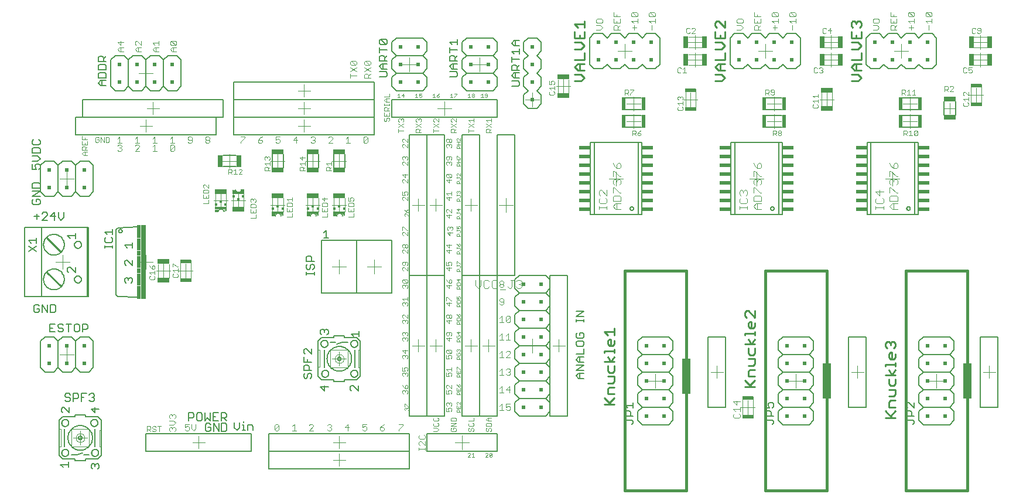
<source format=gto>
G75*
G70*
%OFA0B0*%
%FSLAX24Y24*%
%IPPOS*%
%LPD*%
%AMOC8*
5,1,8,0,0,1.08239X$1,22.5*
%
%ADD10C,0.0030*%
%ADD11C,0.0040*%
%ADD12C,0.0050*%
%ADD13C,0.0020*%
%ADD14C,0.0160*%
%ADD15R,0.0500X0.2000*%
%ADD16C,0.0090*%
%ADD17C,0.0060*%
%ADD18C,0.0000*%
%ADD19C,0.0080*%
%ADD20R,0.0598X0.0193*%
%ADD21R,0.0200X0.0200*%
%ADD22R,0.0230X0.0720*%
%ADD23R,0.0295X0.0669*%
%ADD24R,0.0669X0.0295*%
%ADD25R,0.0630X0.0197*%
%ADD26R,0.0290X0.0690*%
%ADD27R,0.0690X0.0290*%
%ADD28R,0.0197X0.0049*%
%ADD29R,0.0089X0.0128*%
%ADD30R,0.0049X0.0089*%
%ADD31R,0.0167X0.0049*%
%ADD32R,0.0197X0.0138*%
%ADD33R,0.0236X0.0049*%
%ADD34R,0.0669X0.0118*%
%ADD35R,0.0669X0.0276*%
%ADD36R,0.0128X0.0167*%
%ADD37R,0.0138X0.0138*%
%ADD38C,0.0100*%
%ADD39R,0.0300X0.4200*%
%ADD40R,0.0200X0.0750*%
%ADD41R,0.0200X0.0300*%
%ADD42R,0.0200X0.0700*%
D10*
X007245Y003995D02*
X007245Y004285D01*
X007390Y004285D01*
X007438Y004237D01*
X007438Y004140D01*
X007390Y004092D01*
X007245Y004092D01*
X007342Y004092D02*
X007438Y003995D01*
X007540Y004043D02*
X007588Y003995D01*
X007685Y003995D01*
X007733Y004043D01*
X007733Y004092D01*
X007685Y004140D01*
X007588Y004140D01*
X007540Y004188D01*
X007540Y004237D01*
X007588Y004285D01*
X007685Y004285D01*
X007733Y004237D01*
X007834Y004285D02*
X008028Y004285D01*
X007931Y004285D02*
X007931Y003995D01*
X021775Y006193D02*
X021775Y006290D01*
X021823Y006338D01*
X021872Y006338D01*
X021920Y006290D01*
X021968Y006338D01*
X022017Y006338D01*
X022065Y006290D01*
X022065Y006193D01*
X022017Y006145D01*
X021920Y006242D02*
X021920Y006290D01*
X021920Y006440D02*
X021920Y006585D01*
X021968Y006633D01*
X022017Y006633D01*
X022065Y006585D01*
X022065Y006488D01*
X022017Y006440D01*
X021920Y006440D01*
X021823Y006536D01*
X021775Y006633D01*
X021775Y006193D02*
X021823Y006145D01*
X021823Y007145D02*
X021775Y007193D01*
X021775Y007290D01*
X021823Y007338D01*
X021872Y007338D01*
X021920Y007290D01*
X021968Y007338D01*
X022017Y007338D01*
X022065Y007290D01*
X022065Y007193D01*
X022017Y007145D01*
X021920Y007242D02*
X021920Y007290D01*
X021920Y007440D02*
X021872Y007536D01*
X021872Y007585D01*
X021920Y007633D01*
X022017Y007633D01*
X022065Y007585D01*
X022065Y007488D01*
X022017Y007440D01*
X021920Y007440D02*
X021775Y007440D01*
X021775Y007633D01*
X021823Y008145D02*
X021775Y008193D01*
X021775Y008290D01*
X021823Y008338D01*
X021872Y008338D01*
X021920Y008290D01*
X021968Y008338D01*
X022017Y008338D01*
X022065Y008290D01*
X022065Y008193D01*
X022017Y008145D01*
X021920Y008242D02*
X021920Y008290D01*
X021920Y008440D02*
X021920Y008633D01*
X022065Y008585D02*
X021775Y008585D01*
X021920Y008440D01*
X022017Y009145D02*
X022065Y009193D01*
X022065Y009290D01*
X022017Y009338D01*
X021968Y009338D01*
X021920Y009290D01*
X021920Y009242D01*
X021920Y009290D02*
X021872Y009338D01*
X021823Y009338D01*
X021775Y009290D01*
X021775Y009193D01*
X021823Y009145D01*
X021823Y009440D02*
X021775Y009488D01*
X021775Y009585D01*
X021823Y009633D01*
X021872Y009633D01*
X021920Y009585D01*
X021968Y009633D01*
X022017Y009633D01*
X022065Y009585D01*
X022065Y009488D01*
X022017Y009440D01*
X021920Y009536D02*
X021920Y009585D01*
X022017Y010145D02*
X022065Y010193D01*
X022065Y010290D01*
X022017Y010338D01*
X021968Y010338D01*
X021920Y010290D01*
X021920Y010242D01*
X021920Y010290D02*
X021872Y010338D01*
X021823Y010338D01*
X021775Y010290D01*
X021775Y010193D01*
X021823Y010145D01*
X021823Y010440D02*
X021775Y010488D01*
X021775Y010585D01*
X021823Y010633D01*
X021872Y010633D01*
X022065Y010440D01*
X022065Y010633D01*
X022017Y011145D02*
X022065Y011193D01*
X022065Y011290D01*
X022017Y011338D01*
X021968Y011338D01*
X021920Y011290D01*
X021920Y011242D01*
X021920Y011290D02*
X021872Y011338D01*
X021823Y011338D01*
X021775Y011290D01*
X021775Y011193D01*
X021823Y011145D01*
X021872Y011440D02*
X021775Y011536D01*
X022065Y011536D01*
X022065Y011440D02*
X022065Y011633D01*
X022017Y012145D02*
X022065Y012193D01*
X022065Y012290D01*
X022017Y012338D01*
X021968Y012338D01*
X021920Y012290D01*
X021920Y012242D01*
X021920Y012290D02*
X021872Y012338D01*
X021823Y012338D01*
X021775Y012290D01*
X021775Y012193D01*
X021823Y012145D01*
X021823Y012440D02*
X021775Y012488D01*
X021775Y012585D01*
X021823Y012633D01*
X022017Y012440D01*
X022065Y012488D01*
X022065Y012585D01*
X022017Y012633D01*
X021823Y012633D01*
X021823Y012440D02*
X022017Y012440D01*
X022065Y013145D02*
X021872Y013338D01*
X021823Y013338D01*
X021775Y013290D01*
X021775Y013193D01*
X021823Y013145D01*
X022065Y013145D02*
X022065Y013338D01*
X022017Y013440D02*
X022065Y013488D01*
X022065Y013585D01*
X022017Y013633D01*
X021823Y013633D01*
X021775Y013585D01*
X021775Y013488D01*
X021823Y013440D01*
X021872Y013440D01*
X021920Y013488D01*
X021920Y013633D01*
X021823Y014145D02*
X021775Y014193D01*
X021775Y014290D01*
X021823Y014338D01*
X021872Y014338D01*
X022065Y014145D01*
X022065Y014338D01*
X022017Y014440D02*
X021968Y014440D01*
X021920Y014488D01*
X021920Y014585D01*
X021968Y014633D01*
X022017Y014633D01*
X022065Y014585D01*
X022065Y014488D01*
X022017Y014440D01*
X021920Y014488D02*
X021872Y014440D01*
X021823Y014440D01*
X021775Y014488D01*
X021775Y014585D01*
X021823Y014633D01*
X021872Y014633D01*
X021920Y014585D01*
X021823Y015145D02*
X021775Y015193D01*
X021775Y015290D01*
X021823Y015338D01*
X021872Y015338D01*
X022065Y015145D01*
X022065Y015338D01*
X022065Y015440D02*
X022017Y015440D01*
X021823Y015633D01*
X021775Y015633D01*
X021775Y015440D01*
X024325Y015488D02*
X024325Y015585D01*
X024373Y015633D01*
X024422Y015633D01*
X024470Y015585D01*
X024518Y015633D01*
X024567Y015633D01*
X024615Y015585D01*
X024615Y015488D01*
X024567Y015440D01*
X024470Y015536D02*
X024470Y015585D01*
X024373Y015440D02*
X024325Y015488D01*
X024325Y015290D02*
X024470Y015145D01*
X024470Y015338D01*
X024615Y015290D02*
X024325Y015290D01*
X024420Y014633D02*
X024420Y014440D01*
X024275Y014585D01*
X024565Y014585D01*
X024420Y014338D02*
X024420Y014145D01*
X024275Y014290D01*
X024565Y014290D01*
X024517Y013633D02*
X024565Y013585D01*
X024565Y013488D01*
X024517Y013440D01*
X024420Y013440D02*
X024372Y013536D01*
X024372Y013585D01*
X024420Y013633D01*
X024517Y013633D01*
X024420Y013440D02*
X024275Y013440D01*
X024275Y013633D01*
X024420Y013338D02*
X024420Y013145D01*
X024275Y013290D01*
X024565Y013290D01*
X024517Y012633D02*
X024468Y012633D01*
X024420Y012585D01*
X024420Y012440D01*
X024517Y012440D01*
X024565Y012488D01*
X024565Y012585D01*
X024517Y012633D01*
X024323Y012536D02*
X024420Y012440D01*
X024420Y012338D02*
X024420Y012145D01*
X024275Y012290D01*
X024565Y012290D01*
X024323Y012536D02*
X024275Y012633D01*
X024275Y011633D02*
X024323Y011633D01*
X024517Y011440D01*
X024565Y011440D01*
X024565Y011290D02*
X024275Y011290D01*
X024420Y011145D01*
X024420Y011338D01*
X024275Y011440D02*
X024275Y011633D01*
X024323Y010633D02*
X024372Y010633D01*
X024420Y010585D01*
X024420Y010488D01*
X024372Y010440D01*
X024323Y010440D01*
X024275Y010488D01*
X024275Y010585D01*
X024323Y010633D01*
X024420Y010585D02*
X024468Y010633D01*
X024517Y010633D01*
X024565Y010585D01*
X024565Y010488D01*
X024517Y010440D01*
X024468Y010440D01*
X024420Y010488D01*
X024420Y010338D02*
X024420Y010145D01*
X024275Y010290D01*
X024565Y010290D01*
X024517Y009633D02*
X024323Y009633D01*
X024275Y009585D01*
X024275Y009488D01*
X024323Y009440D01*
X024372Y009440D01*
X024420Y009488D01*
X024420Y009633D01*
X024517Y009633D02*
X024565Y009585D01*
X024565Y009488D01*
X024517Y009440D01*
X024420Y009338D02*
X024420Y009145D01*
X024275Y009290D01*
X024565Y009290D01*
X024517Y008633D02*
X024565Y008585D01*
X024565Y008488D01*
X024517Y008440D01*
X024323Y008633D01*
X024517Y008633D01*
X024517Y008440D02*
X024323Y008440D01*
X024275Y008488D01*
X024275Y008585D01*
X024323Y008633D01*
X024275Y008338D02*
X024275Y008145D01*
X024420Y008145D01*
X024372Y008242D01*
X024372Y008290D01*
X024420Y008338D01*
X024517Y008338D01*
X024565Y008290D01*
X024565Y008193D01*
X024517Y008145D01*
X024565Y007633D02*
X024565Y007440D01*
X024565Y007536D02*
X024275Y007536D01*
X024372Y007440D01*
X024420Y007338D02*
X024517Y007338D01*
X024565Y007290D01*
X024565Y007193D01*
X024517Y007145D01*
X024420Y007145D02*
X024372Y007242D01*
X024372Y007290D01*
X024420Y007338D01*
X024275Y007338D02*
X024275Y007145D01*
X024420Y007145D01*
X024372Y006633D02*
X024323Y006633D01*
X024275Y006585D01*
X024275Y006488D01*
X024323Y006440D01*
X024275Y006338D02*
X024275Y006145D01*
X024420Y006145D01*
X024372Y006242D01*
X024372Y006290D01*
X024420Y006338D01*
X024517Y006338D01*
X024565Y006290D01*
X024565Y006193D01*
X024517Y006145D01*
X024565Y006440D02*
X024372Y006633D01*
X024565Y006633D02*
X024565Y006440D01*
X024517Y005633D02*
X024565Y005585D01*
X024565Y005488D01*
X024517Y005440D01*
X024517Y005338D02*
X024565Y005290D01*
X024565Y005193D01*
X024517Y005145D01*
X024420Y005145D02*
X024372Y005242D01*
X024372Y005290D01*
X024420Y005338D01*
X024517Y005338D01*
X024420Y005145D02*
X024275Y005145D01*
X024275Y005338D01*
X024323Y005440D02*
X024275Y005488D01*
X024275Y005585D01*
X024323Y005633D01*
X024372Y005633D01*
X024420Y005585D01*
X024468Y005633D01*
X024517Y005633D01*
X024420Y005585D02*
X024420Y005536D01*
X024573Y004778D02*
X024525Y004729D01*
X024525Y004584D01*
X024815Y004584D01*
X024815Y004729D01*
X024767Y004778D01*
X024573Y004778D01*
X024525Y004483D02*
X024815Y004483D01*
X024525Y004290D01*
X024815Y004290D01*
X024767Y004188D02*
X024670Y004188D01*
X024670Y004092D01*
X024767Y004188D02*
X024815Y004140D01*
X024815Y004043D01*
X024767Y003995D01*
X024573Y003995D01*
X024525Y004043D01*
X024525Y004140D01*
X024573Y004188D01*
X023815Y004092D02*
X023718Y004188D01*
X023525Y004188D01*
X023573Y004290D02*
X023767Y004290D01*
X023815Y004338D01*
X023815Y004435D01*
X023767Y004483D01*
X023767Y004584D02*
X023573Y004584D01*
X023525Y004633D01*
X023525Y004729D01*
X023573Y004778D01*
X023767Y004778D02*
X023815Y004729D01*
X023815Y004633D01*
X023767Y004584D01*
X023573Y004483D02*
X023525Y004435D01*
X023525Y004338D01*
X023573Y004290D01*
X023525Y003995D02*
X023718Y003995D01*
X023815Y004092D01*
X025525Y004140D02*
X025525Y004043D01*
X025573Y003995D01*
X025622Y003995D01*
X025670Y004043D01*
X025670Y004140D01*
X025718Y004188D01*
X025767Y004188D01*
X025815Y004140D01*
X025815Y004043D01*
X025767Y003995D01*
X025573Y004188D02*
X025525Y004140D01*
X025573Y004290D02*
X025767Y004290D01*
X025815Y004338D01*
X025815Y004435D01*
X025767Y004483D01*
X025815Y004584D02*
X025815Y004778D01*
X025815Y004584D02*
X025525Y004584D01*
X025573Y004483D02*
X025525Y004435D01*
X025525Y004338D01*
X025573Y004290D01*
X026525Y004290D02*
X026525Y004435D01*
X026573Y004483D01*
X026767Y004483D01*
X026815Y004435D01*
X026815Y004290D01*
X026525Y004290D01*
X026573Y004188D02*
X026525Y004140D01*
X026525Y004043D01*
X026573Y003995D01*
X026622Y003995D01*
X026670Y004043D01*
X026670Y004140D01*
X026718Y004188D01*
X026767Y004188D01*
X026815Y004140D01*
X026815Y004043D01*
X026767Y003995D01*
X026815Y004584D02*
X026622Y004584D01*
X026525Y004681D01*
X026622Y004778D01*
X026815Y004778D01*
X026670Y004778D02*
X026670Y004584D01*
X026600Y002755D02*
X026530Y002755D01*
X026495Y002720D01*
X026600Y002755D02*
X026635Y002720D01*
X026635Y002685D01*
X026495Y002545D01*
X026635Y002545D01*
X026716Y002580D02*
X026856Y002720D01*
X026856Y002580D01*
X026821Y002545D01*
X026751Y002545D01*
X026716Y002580D01*
X026716Y002720D01*
X026751Y002755D01*
X026821Y002755D01*
X026856Y002720D01*
X025856Y002545D02*
X025716Y002545D01*
X025786Y002545D02*
X025786Y002755D01*
X025716Y002685D01*
X025635Y002685D02*
X025635Y002720D01*
X025600Y002755D01*
X025530Y002755D01*
X025495Y002720D01*
X025635Y002685D02*
X025495Y002545D01*
X025635Y002545D01*
X040612Y004827D02*
X040673Y004765D01*
X040920Y004765D01*
X040982Y004827D01*
X040982Y004950D01*
X040920Y005012D01*
X040982Y005133D02*
X040982Y005380D01*
X040982Y005257D02*
X040612Y005257D01*
X040735Y005133D01*
X040673Y005012D02*
X040612Y004950D01*
X040612Y004827D01*
X040797Y005502D02*
X040797Y005749D01*
X040982Y005687D02*
X040612Y005687D01*
X040797Y005502D01*
X024565Y016290D02*
X024275Y016290D01*
X024420Y016145D01*
X024420Y016338D01*
X024323Y016440D02*
X024275Y016488D01*
X024275Y016585D01*
X024323Y016633D01*
X024372Y016633D01*
X024565Y016440D01*
X024565Y016633D01*
X024420Y017145D02*
X024420Y017338D01*
X024372Y017440D02*
X024275Y017536D01*
X024565Y017536D01*
X024565Y017440D02*
X024565Y017633D01*
X024565Y017290D02*
X024275Y017290D01*
X024420Y017145D01*
X024420Y018145D02*
X024420Y018338D01*
X024517Y018440D02*
X024323Y018633D01*
X024517Y018633D01*
X024565Y018585D01*
X024565Y018488D01*
X024517Y018440D01*
X024323Y018440D01*
X024275Y018488D01*
X024275Y018585D01*
X024323Y018633D01*
X024323Y019145D02*
X024275Y019193D01*
X024275Y019290D01*
X024323Y019338D01*
X024372Y019338D01*
X024420Y019290D01*
X024468Y019338D01*
X024517Y019338D01*
X024565Y019290D01*
X024565Y019193D01*
X024517Y019145D01*
X024420Y019242D02*
X024420Y019290D01*
X024372Y019440D02*
X024420Y019488D01*
X024420Y019633D01*
X024517Y019633D02*
X024323Y019633D01*
X024275Y019585D01*
X024275Y019488D01*
X024323Y019440D01*
X024372Y019440D01*
X024517Y019440D02*
X024565Y019488D01*
X024565Y019585D01*
X024517Y019633D01*
X024517Y020145D02*
X024565Y020193D01*
X024565Y020290D01*
X024517Y020338D01*
X024468Y020338D01*
X024420Y020290D01*
X024420Y020242D01*
X024420Y020290D02*
X024372Y020338D01*
X024323Y020338D01*
X024275Y020290D01*
X024275Y020193D01*
X024323Y020145D01*
X024323Y020440D02*
X024372Y020440D01*
X024420Y020488D01*
X024420Y020585D01*
X024468Y020633D01*
X024517Y020633D01*
X024565Y020585D01*
X024565Y020488D01*
X024517Y020440D01*
X024468Y020440D01*
X024420Y020488D01*
X024420Y020585D02*
X024372Y020633D01*
X024323Y020633D01*
X024275Y020585D01*
X024275Y020488D01*
X024323Y020440D01*
X024545Y021011D02*
X024545Y021156D01*
X024593Y021205D01*
X024690Y021205D01*
X024738Y021156D01*
X024738Y021011D01*
X024738Y021108D02*
X024835Y021205D01*
X024835Y021306D02*
X024545Y021499D01*
X024593Y021600D02*
X024545Y021649D01*
X024545Y021745D01*
X024593Y021794D01*
X024642Y021794D01*
X024835Y021600D01*
X024835Y021794D01*
X024835Y021499D02*
X024545Y021306D01*
X024545Y021011D02*
X024835Y021011D01*
X025545Y021011D02*
X025545Y021205D01*
X025545Y021108D02*
X025835Y021108D01*
X025835Y021306D02*
X025545Y021499D01*
X025642Y021600D02*
X025545Y021697D01*
X025835Y021697D01*
X025835Y021600D02*
X025835Y021794D01*
X025835Y021499D02*
X025545Y021306D01*
X026545Y021306D02*
X026835Y021499D01*
X026835Y021600D02*
X026835Y021794D01*
X026835Y021697D02*
X026545Y021697D01*
X026642Y021600D01*
X026545Y021499D02*
X026835Y021306D01*
X026835Y021205D02*
X026738Y021108D01*
X026738Y021156D02*
X026738Y021011D01*
X026835Y021011D02*
X026545Y021011D01*
X026545Y021156D01*
X026593Y021205D01*
X026690Y021205D01*
X026738Y021156D01*
X023835Y021108D02*
X023545Y021108D01*
X023545Y021011D02*
X023545Y021205D01*
X023545Y021306D02*
X023835Y021499D01*
X023835Y021600D02*
X023642Y021794D01*
X023593Y021794D01*
X023545Y021745D01*
X023545Y021649D01*
X023593Y021600D01*
X023545Y021499D02*
X023835Y021306D01*
X023835Y021600D02*
X023835Y021794D01*
X022835Y021745D02*
X022835Y021649D01*
X022787Y021600D01*
X022835Y021499D02*
X022545Y021306D01*
X022593Y021205D02*
X022690Y021205D01*
X022738Y021156D01*
X022738Y021011D01*
X022738Y021108D02*
X022835Y021205D01*
X022835Y021306D02*
X022545Y021499D01*
X022593Y021600D02*
X022545Y021649D01*
X022545Y021745D01*
X022593Y021794D01*
X022642Y021794D01*
X022690Y021745D01*
X022738Y021794D01*
X022787Y021794D01*
X022835Y021745D01*
X022690Y021745D02*
X022690Y021697D01*
X022593Y021205D02*
X022545Y021156D01*
X022545Y021011D01*
X022835Y021011D01*
X022065Y020633D02*
X022065Y020440D01*
X021872Y020633D01*
X021823Y020633D01*
X021775Y020585D01*
X021775Y020488D01*
X021823Y020440D01*
X021823Y020338D02*
X021775Y020290D01*
X021775Y020193D01*
X021823Y020145D01*
X021823Y020338D02*
X021872Y020338D01*
X022065Y020145D01*
X022065Y020338D01*
X021835Y021108D02*
X021545Y021108D01*
X021545Y021011D02*
X021545Y021205D01*
X021545Y021306D02*
X021835Y021499D01*
X021787Y021600D02*
X021835Y021649D01*
X021835Y021745D01*
X021787Y021794D01*
X021738Y021794D01*
X021690Y021745D01*
X021690Y021697D01*
X021690Y021745D02*
X021642Y021794D01*
X021593Y021794D01*
X021545Y021745D01*
X021545Y021649D01*
X021593Y021600D01*
X021545Y021499D02*
X021835Y021306D01*
X021015Y021693D02*
X020967Y021645D01*
X021015Y021693D02*
X021015Y021790D01*
X020967Y021838D01*
X020918Y021838D01*
X020870Y021790D01*
X020870Y021693D01*
X020822Y021645D01*
X020773Y021645D01*
X020725Y021693D01*
X020725Y021790D01*
X020773Y021838D01*
X020725Y021940D02*
X021015Y021940D01*
X021015Y022133D01*
X021015Y022234D02*
X020725Y022234D01*
X020725Y022379D01*
X020773Y022428D01*
X020870Y022428D01*
X020918Y022379D01*
X020918Y022234D01*
X020918Y022331D02*
X021015Y022428D01*
X021015Y022529D02*
X021015Y022626D01*
X021015Y022577D02*
X020725Y022577D01*
X020725Y022529D02*
X020725Y022626D01*
X020822Y022725D02*
X020725Y022822D01*
X020822Y022919D01*
X021015Y022919D01*
X021015Y023020D02*
X021015Y023214D01*
X021015Y023020D02*
X020725Y023020D01*
X020870Y022919D02*
X020870Y022725D01*
X020822Y022725D02*
X021015Y022725D01*
X021495Y022995D02*
X021635Y022995D01*
X021565Y022995D02*
X021565Y023205D01*
X021495Y023135D01*
X021716Y023100D02*
X021856Y023100D01*
X021821Y022995D02*
X021821Y023205D01*
X021716Y023100D01*
X022495Y023135D02*
X022565Y023205D01*
X022565Y022995D01*
X022495Y022995D02*
X022635Y022995D01*
X022716Y023030D02*
X022751Y022995D01*
X022821Y022995D01*
X022856Y023030D01*
X022856Y023100D01*
X022821Y023135D01*
X022786Y023135D01*
X022716Y023100D01*
X022716Y023205D01*
X022856Y023205D01*
X023495Y023135D02*
X023565Y023205D01*
X023565Y022995D01*
X023495Y022995D02*
X023635Y022995D01*
X023716Y023030D02*
X023716Y023100D01*
X023821Y023100D01*
X023856Y023065D01*
X023856Y023030D01*
X023821Y022995D01*
X023751Y022995D01*
X023716Y023030D01*
X023716Y023100D02*
X023786Y023170D01*
X023856Y023205D01*
X024495Y023135D02*
X024565Y023205D01*
X024565Y022995D01*
X024495Y022995D02*
X024635Y022995D01*
X024716Y022995D02*
X024716Y023030D01*
X024856Y023170D01*
X024856Y023205D01*
X024716Y023205D01*
X025495Y023135D02*
X025565Y023205D01*
X025565Y022995D01*
X025495Y022995D02*
X025635Y022995D01*
X025716Y023030D02*
X025716Y023065D01*
X025751Y023100D01*
X025821Y023100D01*
X025856Y023065D01*
X025856Y023030D01*
X025821Y022995D01*
X025751Y022995D01*
X025716Y023030D01*
X025751Y023100D02*
X025716Y023135D01*
X025716Y023170D01*
X025751Y023205D01*
X025821Y023205D01*
X025856Y023170D01*
X025856Y023135D01*
X025821Y023100D01*
X026245Y023135D02*
X026315Y023205D01*
X026315Y022995D01*
X026245Y022995D02*
X026385Y022995D01*
X026466Y023030D02*
X026501Y022995D01*
X026571Y022995D01*
X026606Y023030D01*
X026606Y023170D01*
X026571Y023205D01*
X026501Y023205D01*
X026466Y023170D01*
X026466Y023135D01*
X026501Y023100D01*
X026606Y023100D01*
X030125Y023193D02*
X030173Y023145D01*
X030367Y023145D01*
X030415Y023193D01*
X030415Y023290D01*
X030367Y023338D01*
X030415Y023440D02*
X030415Y023633D01*
X030415Y023536D02*
X030125Y023536D01*
X030222Y023440D01*
X030173Y023338D02*
X030125Y023290D01*
X030125Y023193D01*
X030125Y023734D02*
X030270Y023734D01*
X030222Y023831D01*
X030222Y023879D01*
X030270Y023928D01*
X030367Y023928D01*
X030415Y023879D01*
X030415Y023783D01*
X030367Y023734D01*
X030125Y023734D02*
X030125Y023928D01*
X034445Y023435D02*
X034445Y023145D01*
X034445Y023242D02*
X034590Y023242D01*
X034638Y023290D01*
X034638Y023387D01*
X034590Y023435D01*
X034445Y023435D01*
X034542Y023242D02*
X034638Y023145D01*
X034740Y023145D02*
X034740Y023193D01*
X034933Y023387D01*
X034933Y023435D01*
X034740Y023435D01*
X037442Y023000D02*
X037490Y023048D01*
X037538Y023048D01*
X037587Y023000D01*
X037635Y023048D01*
X037684Y023048D01*
X037732Y023000D01*
X037732Y022903D01*
X037684Y022854D01*
X037732Y022753D02*
X037732Y022560D01*
X037732Y022656D02*
X037442Y022656D01*
X037538Y022560D01*
X037490Y022459D02*
X037442Y022410D01*
X037442Y022313D01*
X037490Y022265D01*
X037684Y022265D01*
X037732Y022313D01*
X037732Y022410D01*
X037684Y022459D01*
X037490Y022854D02*
X037442Y022903D01*
X037442Y023000D01*
X037587Y023000D02*
X037587Y022951D01*
X037590Y024395D02*
X037638Y024443D01*
X037590Y024395D02*
X037493Y024395D01*
X037445Y024443D01*
X037445Y024637D01*
X037493Y024685D01*
X037590Y024685D01*
X037638Y024637D01*
X037740Y024588D02*
X037836Y024685D01*
X037836Y024395D01*
X037740Y024395D02*
X037933Y024395D01*
X037993Y026645D02*
X038090Y026645D01*
X038138Y026693D01*
X038240Y026645D02*
X038433Y026838D01*
X038433Y026887D01*
X038385Y026935D01*
X038288Y026935D01*
X038240Y026887D01*
X038138Y026887D02*
X038090Y026935D01*
X037993Y026935D01*
X037945Y026887D01*
X037945Y026693D01*
X037993Y026645D01*
X038240Y026645D02*
X038433Y026645D01*
X042445Y023435D02*
X042590Y023435D01*
X042638Y023387D01*
X042638Y023290D01*
X042590Y023242D01*
X042445Y023242D01*
X042542Y023242D02*
X042638Y023145D01*
X042740Y023193D02*
X042788Y023145D01*
X042885Y023145D01*
X042933Y023193D01*
X042933Y023387D01*
X042885Y023435D01*
X042788Y023435D01*
X042740Y023387D01*
X042740Y023338D01*
X042788Y023290D01*
X042933Y023290D01*
X042445Y023145D02*
X042445Y023435D01*
X045125Y023081D02*
X045415Y023081D01*
X045415Y022984D02*
X045415Y023178D01*
X045222Y022984D02*
X045125Y023081D01*
X045125Y022786D02*
X045415Y022786D01*
X045415Y022690D02*
X045415Y022883D01*
X045222Y022690D02*
X045125Y022786D01*
X045173Y022588D02*
X045125Y022540D01*
X045125Y022443D01*
X045173Y022395D01*
X045367Y022395D01*
X045415Y022443D01*
X045415Y022540D01*
X045367Y022588D01*
X045340Y024395D02*
X045388Y024443D01*
X045340Y024395D02*
X045243Y024395D01*
X045195Y024443D01*
X045195Y024637D01*
X045243Y024685D01*
X045340Y024685D01*
X045388Y024637D01*
X045490Y024637D02*
X045538Y024685D01*
X045635Y024685D01*
X045683Y024637D01*
X045683Y024588D01*
X045635Y024540D01*
X045683Y024492D01*
X045683Y024443D01*
X045635Y024395D01*
X045538Y024395D01*
X045490Y024443D01*
X045586Y024540D02*
X045635Y024540D01*
X045743Y026645D02*
X045840Y026645D01*
X045888Y026693D01*
X045990Y026790D02*
X046183Y026790D01*
X046135Y026645D02*
X046135Y026935D01*
X045990Y026790D01*
X045888Y026887D02*
X045840Y026935D01*
X045743Y026935D01*
X045695Y026887D01*
X045695Y026693D01*
X045743Y026645D01*
X050195Y023435D02*
X050340Y023435D01*
X050388Y023387D01*
X050388Y023290D01*
X050340Y023242D01*
X050195Y023242D01*
X050292Y023242D02*
X050388Y023145D01*
X050490Y023145D02*
X050683Y023145D01*
X050586Y023145D02*
X050586Y023435D01*
X050490Y023338D01*
X050784Y023338D02*
X050881Y023435D01*
X050881Y023145D01*
X050784Y023145D02*
X050978Y023145D01*
X050195Y023145D02*
X050195Y023435D01*
X052645Y023442D02*
X052790Y023442D01*
X052838Y023490D01*
X052838Y023587D01*
X052790Y023635D01*
X052645Y023635D01*
X052645Y023345D01*
X052742Y023442D02*
X052838Y023345D01*
X052940Y023345D02*
X053133Y023538D01*
X053133Y023587D01*
X053085Y023635D01*
X052988Y023635D01*
X052940Y023587D01*
X052940Y023345D02*
X053133Y023345D01*
X053692Y023250D02*
X053692Y023153D01*
X053740Y023104D01*
X053692Y023250D02*
X053740Y023298D01*
X053788Y023298D01*
X053982Y023104D01*
X053982Y023298D01*
X053982Y023003D02*
X053982Y022810D01*
X053982Y022906D02*
X053692Y022906D01*
X053788Y022810D01*
X053740Y022709D02*
X053692Y022660D01*
X053692Y022563D01*
X053740Y022515D01*
X053934Y022515D01*
X053982Y022563D01*
X053982Y022660D01*
X053934Y022709D01*
X053840Y024395D02*
X053888Y024443D01*
X053840Y024395D02*
X053743Y024395D01*
X053695Y024443D01*
X053695Y024637D01*
X053743Y024685D01*
X053840Y024685D01*
X053888Y024637D01*
X053990Y024685D02*
X053990Y024540D01*
X054086Y024588D01*
X054135Y024588D01*
X054183Y024540D01*
X054183Y024443D01*
X054135Y024395D01*
X054038Y024395D01*
X053990Y024443D01*
X053990Y024685D02*
X054183Y024685D01*
X054243Y026645D02*
X054340Y026645D01*
X054388Y026693D01*
X054490Y026693D02*
X054538Y026645D01*
X054635Y026645D01*
X054683Y026693D01*
X054683Y026887D01*
X054635Y026935D01*
X054538Y026935D01*
X054490Y026887D01*
X054490Y026838D01*
X054538Y026790D01*
X054683Y026790D01*
X054388Y026887D02*
X054340Y026935D01*
X054243Y026935D01*
X054195Y026887D01*
X054195Y026693D01*
X054243Y026645D01*
X051045Y021115D02*
X051094Y021067D01*
X050900Y020873D01*
X050949Y020825D01*
X051045Y020825D01*
X051094Y020873D01*
X051094Y021067D01*
X051045Y021115D02*
X050949Y021115D01*
X050900Y021067D01*
X050900Y020873D01*
X050799Y020825D02*
X050606Y020825D01*
X050702Y020825D02*
X050702Y021115D01*
X050606Y021018D01*
X050505Y020970D02*
X050456Y020922D01*
X050311Y020922D01*
X050408Y020922D02*
X050505Y020825D01*
X050505Y020970D02*
X050505Y021067D01*
X050456Y021115D01*
X050311Y021115D01*
X050311Y020825D01*
X043344Y020873D02*
X043295Y020825D01*
X043199Y020825D01*
X043150Y020873D01*
X043150Y020922D01*
X043199Y020970D01*
X043295Y020970D01*
X043344Y020922D01*
X043344Y020873D01*
X043295Y020970D02*
X043344Y021018D01*
X043344Y021067D01*
X043295Y021115D01*
X043199Y021115D01*
X043150Y021067D01*
X043150Y021018D01*
X043199Y020970D01*
X043049Y020970D02*
X043001Y020922D01*
X042856Y020922D01*
X042952Y020922D02*
X043049Y020825D01*
X043049Y020970D02*
X043049Y021067D01*
X043001Y021115D01*
X042856Y021115D01*
X042856Y020825D01*
X035344Y020873D02*
X035295Y020825D01*
X035199Y020825D01*
X035150Y020873D01*
X035150Y020970D01*
X035295Y020970D01*
X035344Y020922D01*
X035344Y020873D01*
X035247Y021067D02*
X035150Y020970D01*
X035049Y020970D02*
X035001Y020922D01*
X034856Y020922D01*
X034952Y020922D02*
X035049Y020825D01*
X035049Y020970D02*
X035049Y021067D01*
X035001Y021115D01*
X034856Y021115D01*
X034856Y020825D01*
X035247Y021067D02*
X035344Y021115D01*
X024565Y018290D02*
X024275Y018290D01*
X024420Y018145D01*
X022065Y018145D02*
X021872Y018338D01*
X021823Y018338D01*
X021775Y018290D01*
X021775Y018193D01*
X021823Y018145D01*
X022065Y018145D02*
X022065Y018338D01*
X021920Y018440D02*
X021920Y018633D01*
X022065Y018585D02*
X021775Y018585D01*
X021920Y018440D01*
X021823Y019145D02*
X021775Y019193D01*
X021775Y019290D01*
X021823Y019338D01*
X021872Y019338D01*
X022065Y019145D01*
X022065Y019338D01*
X022017Y019440D02*
X022065Y019488D01*
X022065Y019585D01*
X022017Y019633D01*
X021968Y019633D01*
X021920Y019585D01*
X021920Y019536D01*
X021920Y019585D02*
X021872Y019633D01*
X021823Y019633D01*
X021775Y019585D01*
X021775Y019488D01*
X021823Y019440D01*
X021775Y017633D02*
X021775Y017440D01*
X021920Y017440D01*
X021872Y017536D01*
X021872Y017585D01*
X021920Y017633D01*
X022017Y017633D01*
X022065Y017585D01*
X022065Y017488D01*
X022017Y017440D01*
X022065Y017338D02*
X022065Y017145D01*
X021872Y017338D01*
X021823Y017338D01*
X021775Y017290D01*
X021775Y017193D01*
X021823Y017145D01*
X018985Y017149D02*
X018937Y017100D01*
X018985Y017149D02*
X018985Y017245D01*
X018937Y017294D01*
X018840Y017294D01*
X018792Y017245D01*
X018792Y017197D01*
X018840Y017100D01*
X018695Y017100D01*
X018695Y017294D01*
X018743Y016999D02*
X018695Y016951D01*
X018695Y016806D01*
X018985Y016806D01*
X018985Y016951D01*
X018937Y016999D01*
X018743Y016999D01*
X018695Y016705D02*
X018695Y016511D01*
X018985Y016511D01*
X018985Y016705D01*
X018840Y016608D02*
X018840Y016511D01*
X018985Y016410D02*
X018985Y016216D01*
X018695Y016216D01*
X017485Y016216D02*
X017485Y016410D01*
X017485Y016511D02*
X017485Y016705D01*
X017485Y016806D02*
X017485Y016951D01*
X017437Y016999D01*
X017243Y016999D01*
X017195Y016951D01*
X017195Y016806D01*
X017485Y016806D01*
X017340Y016608D02*
X017340Y016511D01*
X017195Y016511D02*
X017485Y016511D01*
X017195Y016511D02*
X017195Y016705D01*
X017340Y017100D02*
X017340Y017294D01*
X017485Y017245D02*
X017195Y017245D01*
X017340Y017100D01*
X017195Y016216D02*
X017485Y016216D01*
X015485Y016216D02*
X015485Y016410D01*
X015485Y016511D02*
X015485Y016705D01*
X015485Y016806D02*
X015485Y016951D01*
X015437Y016999D01*
X015243Y016999D01*
X015195Y016951D01*
X015195Y016806D01*
X015485Y016806D01*
X015340Y016608D02*
X015340Y016511D01*
X015195Y016511D02*
X015485Y016511D01*
X015195Y016511D02*
X015195Y016705D01*
X015292Y017100D02*
X015195Y017197D01*
X015485Y017197D01*
X015485Y017100D02*
X015485Y017294D01*
X015485Y016216D02*
X015195Y016216D01*
X013415Y016145D02*
X013415Y016338D01*
X013415Y016440D02*
X013415Y016633D01*
X013415Y016734D02*
X013415Y016879D01*
X013367Y016928D01*
X013173Y016928D01*
X013125Y016879D01*
X013125Y016734D01*
X013415Y016734D01*
X013270Y016536D02*
X013270Y016440D01*
X013125Y016440D02*
X013415Y016440D01*
X013125Y016440D02*
X013125Y016633D01*
X013173Y017029D02*
X013125Y017077D01*
X013125Y017174D01*
X013173Y017222D01*
X013222Y017222D01*
X013270Y017174D01*
X013318Y017222D01*
X013367Y017222D01*
X013415Y017174D01*
X013415Y017077D01*
X013367Y017029D01*
X013270Y017126D02*
X013270Y017174D01*
X013125Y016145D02*
X013415Y016145D01*
X010735Y016966D02*
X010735Y017160D01*
X010735Y017261D02*
X010445Y017261D01*
X010445Y017455D01*
X010445Y017556D02*
X010445Y017701D01*
X010493Y017749D01*
X010687Y017749D01*
X010735Y017701D01*
X010735Y017556D01*
X010445Y017556D01*
X010590Y017358D02*
X010590Y017261D01*
X010735Y017261D02*
X010735Y017455D01*
X010735Y016966D02*
X010445Y016966D01*
X010493Y017850D02*
X010445Y017899D01*
X010445Y017995D01*
X010493Y018044D01*
X010542Y018044D01*
X010735Y017850D01*
X010735Y018044D01*
X011861Y018625D02*
X011861Y018915D01*
X012006Y018915D01*
X012055Y018867D01*
X012055Y018770D01*
X012006Y018722D01*
X011861Y018722D01*
X011958Y018722D02*
X012055Y018625D01*
X012156Y018625D02*
X012349Y018625D01*
X012252Y018625D02*
X012252Y018915D01*
X012156Y018818D01*
X012450Y018867D02*
X012499Y018915D01*
X012595Y018915D01*
X012644Y018867D01*
X012644Y018818D01*
X012450Y018625D01*
X012644Y018625D01*
X013925Y018845D02*
X013925Y018990D01*
X013973Y019038D01*
X014070Y019038D01*
X014118Y018990D01*
X014118Y018845D01*
X014118Y018942D02*
X014215Y019038D01*
X014215Y019140D02*
X014215Y019333D01*
X014215Y019236D02*
X013925Y019236D01*
X014022Y019140D01*
X013973Y019434D02*
X013925Y019483D01*
X013925Y019579D01*
X013973Y019628D01*
X014022Y019628D01*
X014070Y019579D01*
X014118Y019628D01*
X014167Y019628D01*
X014215Y019579D01*
X014215Y019483D01*
X014167Y019434D01*
X014070Y019531D02*
X014070Y019579D01*
X014215Y018845D02*
X013925Y018845D01*
X015925Y018845D02*
X015925Y018990D01*
X015973Y019038D01*
X016070Y019038D01*
X016118Y018990D01*
X016118Y018845D01*
X016118Y018942D02*
X016215Y019038D01*
X016215Y019140D02*
X016215Y019333D01*
X016215Y019236D02*
X015925Y019236D01*
X016022Y019140D01*
X016070Y019434D02*
X016070Y019628D01*
X016215Y019579D02*
X015925Y019579D01*
X016070Y019434D01*
X016215Y018845D02*
X015925Y018845D01*
X017425Y018845D02*
X017425Y018990D01*
X017473Y019038D01*
X017570Y019038D01*
X017618Y018990D01*
X017618Y018845D01*
X017618Y018942D02*
X017715Y019038D01*
X017715Y019140D02*
X017715Y019333D01*
X017715Y019236D02*
X017425Y019236D01*
X017522Y019140D01*
X017425Y018845D02*
X017715Y018845D01*
X020725Y021940D02*
X020725Y022133D01*
X020870Y022036D02*
X020870Y021940D01*
X005078Y020687D02*
X005078Y020493D01*
X005029Y020445D01*
X004884Y020445D01*
X004884Y020735D01*
X005029Y020735D01*
X005078Y020687D01*
X004783Y020735D02*
X004783Y020445D01*
X004590Y020735D01*
X004590Y020445D01*
X004488Y020493D02*
X004488Y020590D01*
X004392Y020590D01*
X004488Y020493D02*
X004440Y020445D01*
X004343Y020445D01*
X004295Y020493D01*
X004295Y020687D01*
X004343Y020735D01*
X004440Y020735D01*
X004488Y020687D01*
X003835Y020600D02*
X003545Y020600D01*
X003545Y020794D01*
X003690Y020697D02*
X003690Y020600D01*
X003835Y020499D02*
X003835Y020306D01*
X003545Y020306D01*
X003545Y020499D01*
X003690Y020402D02*
X003690Y020306D01*
X003690Y020205D02*
X003738Y020156D01*
X003738Y020011D01*
X003738Y020108D02*
X003835Y020205D01*
X003690Y020205D02*
X003593Y020205D01*
X003545Y020156D01*
X003545Y020011D01*
X003835Y020011D01*
X003835Y019910D02*
X003642Y019910D01*
X003545Y019813D01*
X003642Y019716D01*
X003835Y019716D01*
X003690Y019716D02*
X003690Y019910D01*
X008692Y013548D02*
X008740Y013548D01*
X008934Y013354D01*
X008982Y013354D01*
X008982Y013253D02*
X008982Y013060D01*
X008982Y013156D02*
X008692Y013156D01*
X008788Y013060D01*
X008740Y012959D02*
X008692Y012910D01*
X008692Y012813D01*
X008740Y012765D01*
X008934Y012765D01*
X008982Y012813D01*
X008982Y012910D01*
X008934Y012959D01*
X008692Y013354D02*
X008692Y013548D01*
X007665Y013379D02*
X007617Y013428D01*
X007568Y013428D01*
X007520Y013379D01*
X007520Y013234D01*
X007617Y013234D01*
X007665Y013283D01*
X007665Y013379D01*
X007520Y013234D02*
X007423Y013331D01*
X007375Y013428D01*
X007375Y013036D02*
X007665Y013036D01*
X007665Y012940D02*
X007665Y013133D01*
X007472Y012940D02*
X007375Y013036D01*
X007423Y012838D02*
X007375Y012790D01*
X007375Y012693D01*
X007423Y012645D01*
X007617Y012645D01*
X007665Y012693D01*
X007665Y012790D01*
X007617Y012838D01*
D11*
X007870Y012750D02*
X007870Y013510D01*
X008490Y013510D02*
X008490Y012750D01*
X009135Y012530D02*
X009135Y013730D01*
X009725Y013730D02*
X009725Y012530D01*
X014522Y016250D02*
X014526Y016274D01*
X014532Y016296D01*
X014543Y016318D01*
X014556Y016338D01*
X014572Y016355D01*
X014590Y016370D01*
X014611Y016382D01*
X014633Y016391D01*
X014656Y016396D01*
X014680Y016398D01*
X014704Y016396D01*
X014727Y016391D01*
X014749Y016382D01*
X014770Y016370D01*
X014788Y016355D01*
X014804Y016338D01*
X014817Y016318D01*
X014828Y016296D01*
X014834Y016274D01*
X014838Y016250D01*
X014858Y016319D02*
X014860Y016331D01*
X014865Y016342D01*
X014874Y016351D01*
X014885Y016356D01*
X014897Y016358D01*
X014909Y016356D01*
X014920Y016351D01*
X014929Y016342D01*
X014934Y016331D01*
X014936Y016319D01*
X014934Y016307D01*
X014929Y016296D01*
X014920Y016287D01*
X014909Y016282D01*
X014897Y016280D01*
X014885Y016282D01*
X014874Y016287D01*
X014865Y016296D01*
X014860Y016307D01*
X014858Y016319D01*
X014995Y016506D02*
X014995Y017254D01*
X014365Y017254D02*
X014365Y016506D01*
X012745Y016756D02*
X012745Y017504D01*
X012588Y017760D02*
X012584Y017736D01*
X012578Y017714D01*
X012567Y017692D01*
X012554Y017672D01*
X012538Y017655D01*
X012520Y017640D01*
X012499Y017628D01*
X012477Y017619D01*
X012454Y017614D01*
X012430Y017612D01*
X012406Y017614D01*
X012383Y017619D01*
X012361Y017628D01*
X012340Y017640D01*
X012322Y017655D01*
X012306Y017672D01*
X012293Y017692D01*
X012282Y017714D01*
X012276Y017736D01*
X012272Y017760D01*
X012174Y017691D02*
X012176Y017703D01*
X012181Y017714D01*
X012190Y017723D01*
X012201Y017728D01*
X012213Y017730D01*
X012225Y017728D01*
X012236Y017723D01*
X012245Y017714D01*
X012250Y017703D01*
X012252Y017691D01*
X012250Y017679D01*
X012245Y017668D01*
X012236Y017659D01*
X012225Y017654D01*
X012213Y017652D01*
X012201Y017654D01*
X012190Y017659D01*
X012181Y017668D01*
X012176Y017679D01*
X012174Y017691D01*
X012115Y017504D02*
X012115Y016756D01*
X011745Y016756D02*
X011745Y017504D01*
X011115Y017504D02*
X011115Y016756D01*
X011272Y016500D02*
X011276Y016524D01*
X011282Y016546D01*
X011293Y016568D01*
X011306Y016588D01*
X011322Y016605D01*
X011340Y016620D01*
X011361Y016632D01*
X011383Y016641D01*
X011406Y016646D01*
X011430Y016648D01*
X011454Y016646D01*
X011477Y016641D01*
X011499Y016632D01*
X011520Y016620D01*
X011538Y016605D01*
X011554Y016588D01*
X011567Y016568D01*
X011578Y016546D01*
X011584Y016524D01*
X011588Y016500D01*
X011608Y016569D02*
X011610Y016581D01*
X011615Y016592D01*
X011624Y016601D01*
X011635Y016606D01*
X011647Y016608D01*
X011659Y016606D01*
X011670Y016601D01*
X011679Y016592D01*
X011684Y016581D01*
X011686Y016569D01*
X011684Y016557D01*
X011679Y016546D01*
X011670Y016537D01*
X011659Y016532D01*
X011647Y016530D01*
X011635Y016532D01*
X011624Y016537D01*
X011615Y016546D01*
X011610Y016557D01*
X011608Y016569D01*
X016365Y016506D02*
X016365Y017254D01*
X016995Y017254D02*
X016995Y016506D01*
X016858Y016319D02*
X016860Y016331D01*
X016865Y016342D01*
X016874Y016351D01*
X016885Y016356D01*
X016897Y016358D01*
X016909Y016356D01*
X016920Y016351D01*
X016929Y016342D01*
X016934Y016331D01*
X016936Y016319D01*
X016934Y016307D01*
X016929Y016296D01*
X016920Y016287D01*
X016909Y016282D01*
X016897Y016280D01*
X016885Y016282D01*
X016874Y016287D01*
X016865Y016296D01*
X016860Y016307D01*
X016858Y016319D01*
X016838Y016250D02*
X016834Y016274D01*
X016828Y016296D01*
X016817Y016318D01*
X016804Y016338D01*
X016788Y016355D01*
X016770Y016370D01*
X016749Y016382D01*
X016727Y016391D01*
X016704Y016396D01*
X016680Y016398D01*
X016656Y016396D01*
X016633Y016391D01*
X016611Y016382D01*
X016590Y016370D01*
X016572Y016355D01*
X016556Y016338D01*
X016543Y016318D01*
X016532Y016296D01*
X016526Y016274D01*
X016522Y016250D01*
X017865Y016506D02*
X017865Y017254D01*
X018495Y017254D02*
X018495Y016506D01*
X018358Y016319D02*
X018360Y016331D01*
X018365Y016342D01*
X018374Y016351D01*
X018385Y016356D01*
X018397Y016358D01*
X018409Y016356D01*
X018420Y016351D01*
X018429Y016342D01*
X018434Y016331D01*
X018436Y016319D01*
X018434Y016307D01*
X018429Y016296D01*
X018420Y016287D01*
X018409Y016282D01*
X018397Y016280D01*
X018385Y016282D01*
X018374Y016287D01*
X018365Y016296D01*
X018360Y016307D01*
X018358Y016319D01*
X018338Y016250D02*
X018334Y016274D01*
X018328Y016296D01*
X018317Y016318D01*
X018304Y016338D01*
X018288Y016355D01*
X018270Y016370D01*
X018249Y016382D01*
X018227Y016391D01*
X018204Y016396D01*
X018180Y016398D01*
X018156Y016396D01*
X018133Y016391D01*
X018111Y016382D01*
X018090Y016370D01*
X018072Y016355D01*
X018056Y016338D01*
X018043Y016318D01*
X018032Y016296D01*
X018026Y016274D01*
X018022Y016250D01*
X017790Y020400D02*
X017550Y020400D01*
X017790Y020640D01*
X017790Y020700D01*
X017730Y020760D01*
X017610Y020760D01*
X017550Y020700D01*
X018550Y020640D02*
X018670Y020760D01*
X018670Y020400D01*
X018550Y020400D02*
X018790Y020400D01*
X019550Y020460D02*
X019550Y020700D01*
X019610Y020760D01*
X019730Y020760D01*
X019790Y020700D01*
X019550Y020460D01*
X019610Y020400D01*
X019730Y020400D01*
X019790Y020460D01*
X019790Y020700D01*
X016790Y020700D02*
X016790Y020640D01*
X016730Y020580D01*
X016790Y020520D01*
X016790Y020460D01*
X016730Y020400D01*
X016610Y020400D01*
X016550Y020460D01*
X016670Y020580D02*
X016730Y020580D01*
X016790Y020700D02*
X016730Y020760D01*
X016610Y020760D01*
X016550Y020700D01*
X015790Y020580D02*
X015550Y020580D01*
X015730Y020760D01*
X015730Y020400D01*
X014790Y020460D02*
X014790Y020580D01*
X014730Y020640D01*
X014670Y020640D01*
X014550Y020580D01*
X014550Y020760D01*
X014790Y020760D01*
X014790Y020460D02*
X014730Y020400D01*
X014610Y020400D01*
X014550Y020460D01*
X013790Y020460D02*
X013790Y020520D01*
X013730Y020580D01*
X013550Y020580D01*
X013550Y020460D01*
X013610Y020400D01*
X013730Y020400D01*
X013790Y020460D01*
X013670Y020700D02*
X013550Y020580D01*
X013670Y020700D02*
X013790Y020760D01*
X012790Y020760D02*
X012790Y020700D01*
X012550Y020460D01*
X012550Y020400D01*
X012550Y020760D02*
X012790Y020760D01*
X010790Y020700D02*
X010790Y020640D01*
X010730Y020580D01*
X010610Y020580D01*
X010550Y020640D01*
X010550Y020700D01*
X010610Y020760D01*
X010730Y020760D01*
X010790Y020700D01*
X010730Y020580D02*
X010790Y020520D01*
X010790Y020460D01*
X010730Y020400D01*
X010610Y020400D01*
X010550Y020460D01*
X010550Y020520D01*
X010610Y020580D01*
X009790Y020580D02*
X009610Y020580D01*
X009550Y020640D01*
X009550Y020700D01*
X009610Y020760D01*
X009730Y020760D01*
X009790Y020700D01*
X009790Y020460D01*
X009730Y020400D01*
X009610Y020400D01*
X009550Y020460D01*
X008790Y020400D02*
X008550Y020400D01*
X008610Y020310D02*
X008730Y020310D01*
X008790Y020250D01*
X008550Y020010D01*
X008610Y019950D01*
X008730Y019950D01*
X008790Y020010D01*
X008790Y020250D01*
X008610Y020310D02*
X008550Y020250D01*
X008550Y020010D01*
X008670Y020400D02*
X008670Y020760D01*
X008550Y020640D01*
X007790Y020400D02*
X007550Y020400D01*
X007670Y020400D02*
X007670Y020760D01*
X007550Y020640D01*
X007670Y020310D02*
X007670Y019950D01*
X007550Y019950D02*
X007790Y019950D01*
X007550Y020190D02*
X007670Y020310D01*
X006790Y020250D02*
X006730Y020310D01*
X006610Y020310D01*
X006550Y020250D01*
X006550Y020400D02*
X006790Y020400D01*
X006670Y020400D02*
X006670Y020760D01*
X006550Y020640D01*
X005790Y020400D02*
X005550Y020400D01*
X005610Y020310D02*
X005730Y020310D01*
X005790Y020250D01*
X005790Y020190D01*
X005730Y020130D01*
X005790Y020070D01*
X005790Y020010D01*
X005730Y019950D01*
X005610Y019950D01*
X005550Y020010D01*
X005670Y020130D02*
X005730Y020130D01*
X005550Y020250D02*
X005610Y020310D01*
X005670Y020400D02*
X005670Y020760D01*
X005550Y020640D01*
X006550Y019950D02*
X006790Y020190D01*
X006790Y020250D01*
X006790Y019950D02*
X006550Y019950D01*
X006670Y025600D02*
X006550Y025720D01*
X006670Y025840D01*
X006910Y025840D01*
X006910Y025968D02*
X006670Y026209D01*
X006610Y026209D01*
X006550Y026148D01*
X006550Y026028D01*
X006610Y025968D01*
X006730Y025840D02*
X006730Y025600D01*
X006670Y025600D02*
X006910Y025600D01*
X007550Y025720D02*
X007670Y025840D01*
X007910Y025840D01*
X007910Y025968D02*
X007910Y026209D01*
X007910Y026088D02*
X007550Y026088D01*
X007670Y025968D01*
X007730Y025840D02*
X007730Y025600D01*
X007670Y025600D02*
X007550Y025720D01*
X007670Y025600D02*
X007910Y025600D01*
X008550Y025720D02*
X008670Y025840D01*
X008910Y025840D01*
X008850Y025968D02*
X008610Y026209D01*
X008850Y026209D01*
X008910Y026148D01*
X008910Y026028D01*
X008850Y025968D01*
X008610Y025968D01*
X008550Y026028D01*
X008550Y026148D01*
X008610Y026209D01*
X008730Y025840D02*
X008730Y025600D01*
X008670Y025600D02*
X008550Y025720D01*
X008670Y025600D02*
X008910Y025600D01*
X006910Y025968D02*
X006910Y026209D01*
X005910Y026148D02*
X005550Y026148D01*
X005730Y025968D01*
X005730Y026209D01*
X005730Y025840D02*
X005730Y025600D01*
X005670Y025600D02*
X005550Y025720D01*
X005670Y025840D01*
X005910Y025840D01*
X005910Y025600D02*
X005670Y025600D01*
X018800Y025017D02*
X018860Y025077D01*
X019100Y024837D01*
X019160Y024897D01*
X019160Y025017D01*
X019100Y025077D01*
X018860Y025077D01*
X018800Y025017D02*
X018800Y024897D01*
X018860Y024837D01*
X019100Y024837D01*
X019160Y024709D02*
X018800Y024468D01*
X018800Y024340D02*
X018800Y024100D01*
X018800Y024220D02*
X019160Y024220D01*
X019160Y024468D02*
X018800Y024709D01*
X019600Y024709D02*
X019960Y024468D01*
X019960Y024340D02*
X019840Y024220D01*
X019840Y024280D02*
X019840Y024100D01*
X019960Y024100D02*
X019600Y024100D01*
X019600Y024280D01*
X019660Y024340D01*
X019780Y024340D01*
X019840Y024280D01*
X019600Y024468D02*
X019960Y024709D01*
X019900Y024837D02*
X019660Y024837D01*
X019600Y024897D01*
X019600Y025017D01*
X019660Y025077D01*
X019900Y024837D01*
X019960Y024897D01*
X019960Y025017D01*
X019900Y025077D01*
X019660Y025077D01*
X030620Y024010D02*
X030620Y023250D01*
X031240Y023250D02*
X031240Y024010D01*
X032800Y026850D02*
X033040Y026850D01*
X033160Y026970D01*
X033040Y027090D01*
X032800Y027090D01*
X032860Y027218D02*
X033100Y027218D01*
X033160Y027278D01*
X033160Y027398D01*
X033100Y027459D01*
X032860Y027459D01*
X032800Y027398D01*
X032800Y027278D01*
X032860Y027218D01*
X033800Y027218D02*
X033800Y027459D01*
X033800Y027587D02*
X033800Y027827D01*
X033980Y027707D02*
X033980Y027587D01*
X034160Y027587D02*
X033800Y027587D01*
X033980Y027338D02*
X033980Y027218D01*
X033980Y027090D02*
X034040Y027030D01*
X034040Y026850D01*
X034160Y026850D02*
X033800Y026850D01*
X033800Y027030D01*
X033860Y027090D01*
X033980Y027090D01*
X034040Y026970D02*
X034160Y027090D01*
X034160Y027218D02*
X034160Y027459D01*
X034160Y027218D02*
X033800Y027218D01*
X034800Y027338D02*
X034920Y027218D01*
X034980Y027090D02*
X034980Y026850D01*
X034860Y026970D02*
X035100Y026970D01*
X035160Y027218D02*
X035160Y027459D01*
X035160Y027338D02*
X034800Y027338D01*
X034860Y027587D02*
X034800Y027647D01*
X034800Y027767D01*
X034860Y027827D01*
X035100Y027587D01*
X035160Y027647D01*
X035160Y027767D01*
X035100Y027827D01*
X034860Y027827D01*
X034860Y027587D02*
X035100Y027587D01*
X035800Y027647D02*
X035800Y027767D01*
X035860Y027827D01*
X036100Y027587D01*
X036160Y027647D01*
X036160Y027767D01*
X036100Y027827D01*
X035860Y027827D01*
X035800Y027647D02*
X035860Y027587D01*
X036100Y027587D01*
X036160Y027459D02*
X036160Y027218D01*
X036160Y027338D02*
X035800Y027338D01*
X035920Y027218D01*
X035980Y027090D02*
X035980Y026850D01*
X038050Y026440D02*
X038810Y026440D01*
X038810Y025820D02*
X038050Y025820D01*
X038050Y025440D02*
X038810Y025440D01*
X038810Y024820D02*
X038050Y024820D01*
X037885Y023480D02*
X037885Y022280D01*
X038475Y022280D02*
X038475Y023480D01*
X040800Y026850D02*
X041040Y026850D01*
X041160Y026970D01*
X041040Y027090D01*
X040800Y027090D01*
X040860Y027218D02*
X041100Y027218D01*
X041160Y027278D01*
X041160Y027398D01*
X041100Y027459D01*
X040860Y027459D01*
X040800Y027398D01*
X040800Y027278D01*
X040860Y027218D01*
X041800Y027218D02*
X042160Y027218D01*
X042160Y027459D01*
X042160Y027587D02*
X041800Y027587D01*
X041800Y027827D01*
X041980Y027707D02*
X041980Y027587D01*
X041800Y027459D02*
X041800Y027218D01*
X041860Y027090D02*
X041980Y027090D01*
X042040Y027030D01*
X042040Y026850D01*
X042160Y026850D02*
X041800Y026850D01*
X041800Y027030D01*
X041860Y027090D01*
X041980Y027218D02*
X041980Y027338D01*
X042160Y027090D02*
X042040Y026970D01*
X042860Y026970D02*
X043100Y026970D01*
X042980Y026850D02*
X042980Y027090D01*
X042920Y027218D02*
X042800Y027338D01*
X043160Y027338D01*
X043160Y027218D02*
X043160Y027459D01*
X043100Y027587D02*
X042860Y027827D01*
X043100Y027827D01*
X043160Y027767D01*
X043160Y027647D01*
X043100Y027587D01*
X042860Y027587D01*
X042800Y027647D01*
X042800Y027767D01*
X042860Y027827D01*
X043800Y027767D02*
X043860Y027827D01*
X044100Y027587D01*
X044160Y027647D01*
X044160Y027767D01*
X044100Y027827D01*
X043860Y027827D01*
X043800Y027767D02*
X043800Y027647D01*
X043860Y027587D01*
X044100Y027587D01*
X044160Y027459D02*
X044160Y027218D01*
X044160Y027338D02*
X043800Y027338D01*
X043920Y027218D01*
X043980Y027090D02*
X043980Y026850D01*
X045800Y026440D02*
X046560Y026440D01*
X046560Y025820D02*
X045800Y025820D01*
X045800Y025440D02*
X046560Y025440D01*
X046560Y024820D02*
X045800Y024820D01*
X045620Y023260D02*
X045620Y022500D01*
X046240Y022500D02*
X046240Y023260D01*
X048550Y026850D02*
X048790Y026850D01*
X048910Y026970D01*
X048790Y027090D01*
X048550Y027090D01*
X048610Y027218D02*
X048850Y027218D01*
X048910Y027278D01*
X048910Y027398D01*
X048850Y027459D01*
X048610Y027459D01*
X048550Y027398D01*
X048550Y027278D01*
X048610Y027218D01*
X049550Y027218D02*
X049550Y027459D01*
X049550Y027587D02*
X049550Y027827D01*
X049730Y027707D02*
X049730Y027587D01*
X049910Y027587D02*
X049550Y027587D01*
X049730Y027338D02*
X049730Y027218D01*
X049730Y027090D02*
X049790Y027030D01*
X049790Y026850D01*
X049910Y026850D02*
X049550Y026850D01*
X049550Y027030D01*
X049610Y027090D01*
X049730Y027090D01*
X049790Y026970D02*
X049910Y027090D01*
X049910Y027218D02*
X049910Y027459D01*
X049910Y027218D02*
X049550Y027218D01*
X050550Y027338D02*
X050670Y027218D01*
X050730Y027090D02*
X050730Y026850D01*
X050610Y026970D02*
X050850Y026970D01*
X050910Y027218D02*
X050910Y027459D01*
X050910Y027338D02*
X050550Y027338D01*
X050610Y027587D02*
X050550Y027647D01*
X050550Y027767D01*
X050610Y027827D01*
X050850Y027587D01*
X050910Y027647D01*
X050910Y027767D01*
X050850Y027827D01*
X050610Y027827D01*
X050610Y027587D02*
X050850Y027587D01*
X051550Y027647D02*
X051550Y027767D01*
X051610Y027827D01*
X051850Y027587D01*
X051910Y027647D01*
X051910Y027767D01*
X051850Y027827D01*
X051610Y027827D01*
X051550Y027647D02*
X051610Y027587D01*
X051850Y027587D01*
X051910Y027459D02*
X051910Y027218D01*
X051910Y027338D02*
X051550Y027338D01*
X051670Y027218D01*
X051730Y027090D02*
X051730Y026850D01*
X054300Y026440D02*
X055060Y026440D01*
X055060Y025820D02*
X054300Y025820D01*
X054300Y025440D02*
X055060Y025440D01*
X055060Y024820D02*
X054300Y024820D01*
X054135Y023730D02*
X054135Y022530D01*
X054725Y022530D02*
X054725Y023730D01*
X049960Y019182D02*
X049883Y019259D01*
X049807Y019259D01*
X049730Y019182D01*
X049730Y018952D01*
X049883Y018952D01*
X049960Y019029D01*
X049960Y019182D01*
X049730Y018952D02*
X049576Y019105D01*
X049500Y019259D01*
X049500Y018798D02*
X049576Y018798D01*
X049883Y018492D01*
X049960Y018492D01*
X049883Y018338D02*
X049960Y018261D01*
X049960Y018108D01*
X049883Y018031D01*
X049730Y018185D02*
X049730Y018261D01*
X049807Y018338D01*
X049883Y018338D01*
X049730Y018261D02*
X049653Y018338D01*
X049576Y018338D01*
X049500Y018261D01*
X049500Y018108D01*
X049576Y018031D01*
X049576Y017878D02*
X049883Y017571D01*
X049960Y017571D01*
X049883Y017417D02*
X049576Y017417D01*
X049500Y017341D01*
X049500Y017110D01*
X049960Y017110D01*
X049960Y017341D01*
X049883Y017417D01*
X049500Y017571D02*
X049500Y017878D01*
X049576Y017878D01*
X049160Y017648D02*
X048700Y017648D01*
X048930Y017417D01*
X048930Y017724D01*
X049083Y017264D02*
X049160Y017187D01*
X049160Y017034D01*
X049083Y016957D01*
X048776Y016957D01*
X048700Y017034D01*
X048700Y017187D01*
X048776Y017264D01*
X048700Y016803D02*
X048700Y016650D01*
X048700Y016727D02*
X049160Y016727D01*
X049160Y016803D02*
X049160Y016650D01*
X049500Y016803D02*
X049653Y016957D01*
X049960Y016957D01*
X049730Y016957D02*
X049730Y016650D01*
X049653Y016650D02*
X049500Y016803D01*
X049653Y016650D02*
X049960Y016650D01*
X049500Y018492D02*
X049500Y018798D01*
X042210Y019029D02*
X042210Y019182D01*
X042133Y019259D01*
X042057Y019259D01*
X041980Y019182D01*
X041980Y018952D01*
X042133Y018952D01*
X042210Y019029D01*
X041980Y018952D02*
X041826Y019105D01*
X041750Y019259D01*
X041750Y018798D02*
X041826Y018798D01*
X042133Y018492D01*
X042210Y018492D01*
X042133Y018338D02*
X042210Y018261D01*
X042210Y018108D01*
X042133Y018031D01*
X041980Y018185D02*
X041980Y018261D01*
X042057Y018338D01*
X042133Y018338D01*
X041980Y018261D02*
X041903Y018338D01*
X041826Y018338D01*
X041750Y018261D01*
X041750Y018108D01*
X041826Y018031D01*
X041826Y017878D02*
X042133Y017571D01*
X042210Y017571D01*
X042133Y017417D02*
X041826Y017417D01*
X041750Y017341D01*
X041750Y017110D01*
X042210Y017110D01*
X042210Y017341D01*
X042133Y017417D01*
X041750Y017571D02*
X041750Y017878D01*
X041826Y017878D01*
X041410Y017648D02*
X041410Y017494D01*
X041333Y017417D01*
X041333Y017264D02*
X041410Y017187D01*
X041410Y017034D01*
X041333Y016957D01*
X041026Y016957D01*
X040950Y017034D01*
X040950Y017187D01*
X041026Y017264D01*
X041026Y017417D02*
X040950Y017494D01*
X040950Y017648D01*
X041026Y017724D01*
X041103Y017724D01*
X041180Y017648D01*
X041257Y017724D01*
X041333Y017724D01*
X041410Y017648D01*
X041180Y017648D02*
X041180Y017571D01*
X041903Y016957D02*
X042210Y016957D01*
X041980Y016957D02*
X041980Y016650D01*
X041903Y016650D02*
X041750Y016803D01*
X041903Y016957D01*
X041903Y016650D02*
X042210Y016650D01*
X041410Y016650D02*
X041410Y016803D01*
X041410Y016727D02*
X040950Y016727D01*
X040950Y016803D02*
X040950Y016650D01*
X041750Y018492D02*
X041750Y018798D01*
X034210Y019029D02*
X034210Y019182D01*
X034133Y019259D01*
X034057Y019259D01*
X033980Y019182D01*
X033980Y018952D01*
X034133Y018952D01*
X034210Y019029D01*
X033980Y018952D02*
X033826Y019105D01*
X033750Y019259D01*
X033750Y018798D02*
X033826Y018798D01*
X034133Y018492D01*
X034210Y018492D01*
X034133Y018338D02*
X034210Y018261D01*
X034210Y018108D01*
X034133Y018031D01*
X033980Y018185D02*
X033980Y018261D01*
X034057Y018338D01*
X034133Y018338D01*
X033980Y018261D02*
X033903Y018338D01*
X033826Y018338D01*
X033750Y018261D01*
X033750Y018108D01*
X033826Y018031D01*
X033826Y017878D02*
X033750Y017878D01*
X033750Y017571D01*
X033826Y017417D02*
X033750Y017341D01*
X033750Y017110D01*
X034210Y017110D01*
X034210Y017341D01*
X034133Y017417D01*
X033826Y017417D01*
X034133Y017571D02*
X034210Y017571D01*
X034133Y017571D02*
X033826Y017878D01*
X033410Y017724D02*
X033410Y017417D01*
X033103Y017724D01*
X033026Y017724D01*
X032950Y017648D01*
X032950Y017494D01*
X033026Y017417D01*
X033026Y017264D02*
X032950Y017187D01*
X032950Y017034D01*
X033026Y016957D01*
X033333Y016957D01*
X033410Y017034D01*
X033410Y017187D01*
X033333Y017264D01*
X033750Y016803D02*
X033903Y016957D01*
X034210Y016957D01*
X033980Y016957D02*
X033980Y016650D01*
X033903Y016650D02*
X033750Y016803D01*
X033903Y016650D02*
X034210Y016650D01*
X033410Y016650D02*
X033410Y016803D01*
X033410Y016727D02*
X032950Y016727D01*
X032950Y016803D02*
X032950Y016650D01*
X033750Y018492D02*
X033750Y018798D01*
X028470Y012610D02*
X028547Y012534D01*
X028547Y012457D01*
X028470Y012380D01*
X028547Y012303D01*
X028547Y012227D01*
X028470Y012150D01*
X028316Y012150D01*
X028240Y012227D01*
X028393Y012380D02*
X028470Y012380D01*
X028470Y012610D02*
X028316Y012610D01*
X028240Y012534D01*
X028086Y012610D02*
X027933Y012610D01*
X028009Y012610D02*
X028009Y012227D01*
X027933Y012150D01*
X027856Y012150D01*
X027779Y012227D01*
X027626Y012073D02*
X027319Y012073D01*
X027360Y012200D02*
X027300Y012260D01*
X027300Y012320D01*
X027360Y012380D01*
X027480Y012380D01*
X027540Y012320D01*
X027540Y012260D01*
X027480Y012200D01*
X027360Y012200D01*
X027360Y012380D02*
X027300Y012440D01*
X027300Y012500D01*
X027360Y012560D01*
X027480Y012560D01*
X027540Y012500D01*
X027540Y012440D01*
X027480Y012380D01*
X027165Y012227D02*
X027089Y012150D01*
X026935Y012150D01*
X026858Y012227D01*
X026858Y012534D01*
X026935Y012610D01*
X027089Y012610D01*
X027165Y012534D01*
X026705Y012534D02*
X026628Y012610D01*
X026475Y012610D01*
X026398Y012534D01*
X026398Y012227D01*
X026475Y012150D01*
X026628Y012150D01*
X026705Y012227D01*
X026245Y012303D02*
X026245Y012610D01*
X026245Y012303D02*
X026091Y012150D01*
X025938Y012303D01*
X025938Y012610D01*
X027300Y011500D02*
X027360Y011560D01*
X027480Y011560D01*
X027540Y011500D01*
X027540Y011260D01*
X027480Y011200D01*
X027360Y011200D01*
X027300Y011260D01*
X027360Y011380D02*
X027540Y011380D01*
X027360Y011380D02*
X027300Y011440D01*
X027300Y011500D01*
X027420Y010560D02*
X027420Y010200D01*
X027300Y010200D02*
X027540Y010200D01*
X027668Y010260D02*
X027909Y010500D01*
X027909Y010260D01*
X027848Y010200D01*
X027728Y010200D01*
X027668Y010260D01*
X027668Y010500D01*
X027728Y010560D01*
X027848Y010560D01*
X027909Y010500D01*
X027420Y010560D02*
X027300Y010440D01*
X027420Y009560D02*
X027420Y009200D01*
X027300Y009200D02*
X027540Y009200D01*
X027668Y009200D02*
X027909Y009200D01*
X027788Y009200D02*
X027788Y009560D01*
X027668Y009440D01*
X027420Y009560D02*
X027300Y009440D01*
X027420Y008560D02*
X027420Y008200D01*
X027300Y008200D02*
X027540Y008200D01*
X027668Y008200D02*
X027909Y008440D01*
X027909Y008500D01*
X027848Y008560D01*
X027728Y008560D01*
X027668Y008500D01*
X027420Y008560D02*
X027300Y008440D01*
X027668Y008200D02*
X027909Y008200D01*
X027848Y007560D02*
X027909Y007500D01*
X027909Y007440D01*
X027848Y007380D01*
X027909Y007320D01*
X027909Y007260D01*
X027848Y007200D01*
X027728Y007200D01*
X027668Y007260D01*
X027540Y007200D02*
X027300Y007200D01*
X027420Y007200D02*
X027420Y007560D01*
X027300Y007440D01*
X027668Y007500D02*
X027728Y007560D01*
X027848Y007560D01*
X027848Y007380D02*
X027788Y007380D01*
X027848Y006560D02*
X027668Y006380D01*
X027909Y006380D01*
X027848Y006200D02*
X027848Y006560D01*
X027420Y006560D02*
X027420Y006200D01*
X027300Y006200D02*
X027540Y006200D01*
X027300Y006440D02*
X027420Y006560D01*
X027420Y005560D02*
X027420Y005200D01*
X027300Y005200D02*
X027540Y005200D01*
X027668Y005260D02*
X027728Y005200D01*
X027848Y005200D01*
X027909Y005260D01*
X027909Y005380D01*
X027848Y005440D01*
X027788Y005440D01*
X027668Y005380D01*
X027668Y005560D01*
X027909Y005560D01*
X027420Y005560D02*
X027300Y005440D01*
X023060Y003744D02*
X023060Y003624D01*
X023000Y003564D01*
X022760Y003564D01*
X022700Y003624D01*
X022700Y003744D01*
X022760Y003804D01*
X023000Y003804D02*
X023060Y003744D01*
X023060Y003436D02*
X023060Y003196D01*
X022820Y003436D01*
X022760Y003436D01*
X022700Y003376D01*
X022700Y003256D01*
X022760Y003196D01*
X022700Y003070D02*
X022700Y002950D01*
X022700Y003010D02*
X023060Y003010D01*
X023060Y002950D02*
X023060Y003070D01*
X021550Y004050D02*
X021550Y004110D01*
X021790Y004350D01*
X021790Y004410D01*
X021550Y004410D01*
X020740Y004410D02*
X020620Y004350D01*
X020500Y004230D01*
X020680Y004230D01*
X020740Y004170D01*
X020740Y004110D01*
X020680Y004050D01*
X020560Y004050D01*
X020500Y004110D01*
X020500Y004230D01*
X019740Y004230D02*
X019740Y004110D01*
X019680Y004050D01*
X019560Y004050D01*
X019500Y004110D01*
X019500Y004230D02*
X019620Y004290D01*
X019680Y004290D01*
X019740Y004230D01*
X019740Y004410D02*
X019500Y004410D01*
X019500Y004230D01*
X018740Y004230D02*
X018500Y004230D01*
X018680Y004410D01*
X018680Y004050D01*
X017740Y004110D02*
X017680Y004050D01*
X017560Y004050D01*
X017500Y004110D01*
X017620Y004230D02*
X017680Y004230D01*
X017740Y004170D01*
X017740Y004110D01*
X017680Y004230D02*
X017740Y004290D01*
X017740Y004350D01*
X017680Y004410D01*
X017560Y004410D01*
X017500Y004350D01*
X016690Y004350D02*
X016630Y004410D01*
X016510Y004410D01*
X016450Y004350D01*
X016690Y004350D02*
X016690Y004290D01*
X016450Y004050D01*
X016690Y004050D01*
X015740Y004050D02*
X015500Y004050D01*
X015620Y004050D02*
X015620Y004410D01*
X015500Y004290D01*
X014740Y004350D02*
X014740Y004110D01*
X014680Y004050D01*
X014560Y004050D01*
X014500Y004110D01*
X014740Y004350D01*
X014680Y004410D01*
X014560Y004410D01*
X014500Y004350D01*
X014500Y004110D01*
X010009Y004170D02*
X010009Y004410D01*
X010009Y004170D02*
X009888Y004050D01*
X009768Y004170D01*
X009768Y004410D01*
X009640Y004410D02*
X009400Y004410D01*
X009400Y004230D01*
X009520Y004290D01*
X009580Y004290D01*
X009640Y004230D01*
X009640Y004110D01*
X009580Y004050D01*
X009460Y004050D01*
X009400Y004110D01*
X008860Y004060D02*
X008800Y004000D01*
X008860Y004060D02*
X008860Y004180D01*
X008800Y004240D01*
X008740Y004240D01*
X008680Y004180D01*
X008680Y004120D01*
X008680Y004180D02*
X008620Y004240D01*
X008560Y004240D01*
X008500Y004180D01*
X008500Y004060D01*
X008560Y004000D01*
X008500Y004368D02*
X008740Y004368D01*
X008860Y004488D01*
X008740Y004609D01*
X008500Y004609D01*
X008560Y004737D02*
X008500Y004797D01*
X008500Y004917D01*
X008560Y004977D01*
X008620Y004977D01*
X008680Y004917D01*
X008740Y004977D01*
X008800Y004977D01*
X008860Y004917D01*
X008860Y004797D01*
X008800Y004737D01*
X008680Y004857D02*
X008680Y004917D01*
X041135Y004780D02*
X041135Y005980D01*
X041725Y005980D02*
X041725Y004780D01*
D12*
X002455Y001955D02*
X002305Y002105D01*
X002755Y002105D01*
X002755Y001955D02*
X002755Y002255D01*
X004055Y002080D02*
X004055Y001930D01*
X004130Y001855D01*
X004280Y002005D02*
X004280Y002080D01*
X004355Y002155D01*
X004430Y002155D01*
X004505Y002080D01*
X004505Y001930D01*
X004430Y001855D01*
X004280Y002080D02*
X004205Y002155D01*
X004130Y002155D01*
X004055Y002080D01*
X007180Y002880D02*
X007180Y003880D01*
X013180Y003880D01*
X013180Y002880D01*
X007180Y002880D01*
X009605Y004605D02*
X009605Y005055D01*
X009830Y005055D01*
X009905Y004980D01*
X009905Y004830D01*
X009830Y004755D01*
X009605Y004755D01*
X010065Y004680D02*
X010140Y004605D01*
X010291Y004605D01*
X010366Y004680D01*
X010366Y004980D01*
X010291Y005055D01*
X010140Y005055D01*
X010065Y004980D01*
X010065Y004680D01*
X010526Y004605D02*
X010526Y005055D01*
X010826Y005055D02*
X010826Y004605D01*
X010676Y004755D01*
X010526Y004605D01*
X010630Y004455D02*
X010555Y004380D01*
X010555Y004080D01*
X010630Y004005D01*
X010780Y004005D01*
X010855Y004080D01*
X010855Y004230D01*
X010705Y004230D01*
X010855Y004380D02*
X010780Y004455D01*
X010630Y004455D01*
X011015Y004455D02*
X011015Y004005D01*
X011316Y004005D02*
X011015Y004455D01*
X010986Y004605D02*
X011286Y004605D01*
X011316Y004455D02*
X011316Y004005D01*
X011476Y004005D02*
X011701Y004005D01*
X011776Y004080D01*
X011776Y004380D01*
X011701Y004455D01*
X011476Y004455D01*
X011476Y004005D01*
X012205Y004205D02*
X012205Y004505D01*
X012205Y004205D02*
X012355Y004055D01*
X012505Y004205D01*
X012505Y004505D01*
X012665Y004355D02*
X012740Y004355D01*
X012740Y004055D01*
X012665Y004055D02*
X012816Y004055D01*
X012972Y004055D02*
X012972Y004355D01*
X013198Y004355D01*
X013273Y004280D01*
X013273Y004055D01*
X012740Y004505D02*
X012740Y004580D01*
X011747Y004605D02*
X011597Y004755D01*
X011672Y004755D02*
X011447Y004755D01*
X011447Y004605D02*
X011447Y005055D01*
X011672Y005055D01*
X011747Y004980D01*
X011747Y004830D01*
X011672Y004755D01*
X011286Y005055D02*
X010986Y005055D01*
X010986Y004605D01*
X010986Y004830D02*
X011136Y004830D01*
X014180Y003880D02*
X022180Y003880D01*
X022180Y002880D01*
X022180Y001880D01*
X014180Y001880D01*
X014180Y002880D01*
X022180Y002880D01*
X014180Y002880D01*
X014180Y003880D01*
X017105Y006520D02*
X017330Y006295D01*
X017330Y006595D01*
X017555Y006520D02*
X017105Y006520D01*
X016605Y007088D02*
X016530Y007013D01*
X016605Y007088D02*
X016605Y007239D01*
X016530Y007314D01*
X016455Y007314D01*
X016380Y007239D01*
X016380Y007088D01*
X016305Y007013D01*
X016230Y007013D01*
X016155Y007088D01*
X016155Y007239D01*
X016230Y007314D01*
X016155Y007474D02*
X016155Y007699D01*
X016230Y007774D01*
X016380Y007774D01*
X016455Y007699D01*
X016455Y007474D01*
X016605Y007474D02*
X016155Y007474D01*
X016155Y007934D02*
X016155Y008234D01*
X016230Y008395D02*
X016155Y008470D01*
X016155Y008620D01*
X016230Y008695D01*
X016305Y008695D01*
X016605Y008395D01*
X016605Y008695D01*
X016380Y008084D02*
X016380Y007934D01*
X016605Y007934D02*
X016155Y007934D01*
X017180Y009495D02*
X017105Y009570D01*
X017105Y009720D01*
X017180Y009795D01*
X017255Y009795D01*
X017330Y009720D01*
X017405Y009795D01*
X017480Y009795D01*
X017555Y009720D01*
X017555Y009570D01*
X017480Y009495D01*
X017330Y009645D02*
X017330Y009720D01*
X018855Y009545D02*
X019305Y009545D01*
X019305Y009395D02*
X019305Y009695D01*
X019005Y009395D02*
X018855Y009545D01*
X019180Y011880D02*
X017180Y011880D01*
X017180Y014880D01*
X019180Y014880D01*
X019180Y011880D01*
X019180Y014880D01*
X021180Y014880D01*
X021180Y011880D01*
X019180Y011880D01*
X016755Y012905D02*
X016755Y013055D01*
X016755Y012980D02*
X016305Y012980D01*
X016305Y012905D02*
X016305Y013055D01*
X016380Y013212D02*
X016305Y013287D01*
X016305Y013437D01*
X016380Y013512D01*
X016530Y013437D02*
X016605Y013512D01*
X016680Y013512D01*
X016755Y013437D01*
X016755Y013287D01*
X016680Y013212D01*
X016530Y013287D02*
X016455Y013212D01*
X016380Y013212D01*
X016530Y013287D02*
X016530Y013437D01*
X016605Y013672D02*
X016605Y013898D01*
X016530Y013973D01*
X016380Y013973D01*
X016305Y013898D01*
X016305Y013672D01*
X016755Y013672D01*
X022180Y012880D02*
X022180Y004880D01*
X023180Y004880D01*
X023180Y012880D01*
X024180Y012880D01*
X024180Y004880D01*
X023180Y004880D01*
X023180Y012880D01*
X023180Y020880D01*
X024180Y020880D01*
X024180Y012880D01*
X023180Y012880D01*
X022180Y012880D01*
X022180Y020880D01*
X023180Y020880D01*
X023180Y012880D01*
X022180Y012880D01*
X025180Y012880D02*
X025180Y020880D01*
X026180Y020880D01*
X026180Y012880D01*
X025180Y012880D01*
X025180Y004880D01*
X026180Y004880D01*
X026180Y012880D01*
X027180Y012880D01*
X027180Y020880D01*
X028180Y020880D01*
X028180Y012880D01*
X027180Y012880D01*
X027180Y004880D01*
X026180Y004880D01*
X026180Y012880D01*
X025180Y012880D01*
X030180Y012880D02*
X030180Y004880D01*
X031180Y004880D01*
X031180Y012880D01*
X030180Y012880D01*
X031655Y010835D02*
X032105Y010835D01*
X031655Y010535D01*
X032105Y010535D01*
X032105Y010378D02*
X032105Y010228D01*
X032105Y010303D02*
X031655Y010303D01*
X031655Y010228D02*
X031655Y010378D01*
X031730Y009607D02*
X031655Y009532D01*
X031655Y009382D01*
X031730Y009307D01*
X032030Y009307D01*
X032105Y009382D01*
X032105Y009532D01*
X032030Y009607D01*
X031880Y009607D01*
X031880Y009457D01*
X032030Y009147D02*
X031730Y009147D01*
X031655Y009072D01*
X031655Y008922D01*
X031730Y008847D01*
X032030Y008847D01*
X032105Y008922D01*
X032105Y009072D01*
X032030Y009147D01*
X032105Y008686D02*
X032105Y008386D01*
X031655Y008386D01*
X031805Y008226D02*
X032105Y008226D01*
X031880Y008226D02*
X031880Y007926D01*
X031805Y007926D02*
X031655Y008076D01*
X031805Y008226D01*
X031805Y007926D02*
X032105Y007926D01*
X032105Y007766D02*
X031655Y007766D01*
X031655Y007465D02*
X032105Y007766D01*
X032105Y007465D02*
X031655Y007465D01*
X031805Y007305D02*
X032105Y007305D01*
X031880Y007305D02*
X031880Y007005D01*
X031805Y007005D02*
X031655Y007155D01*
X031805Y007305D01*
X031805Y007005D02*
X032105Y007005D01*
X034455Y005476D02*
X034905Y005476D01*
X034905Y005326D02*
X034905Y005626D01*
X034605Y005326D02*
X034455Y005476D01*
X034530Y005166D02*
X034680Y005166D01*
X034755Y005091D01*
X034755Y004865D01*
X034905Y004865D02*
X034455Y004865D01*
X034455Y005091D01*
X034530Y005166D01*
X034455Y004705D02*
X034455Y004555D01*
X034455Y004630D02*
X034830Y004630D01*
X034905Y004555D01*
X034905Y004480D01*
X034830Y004405D01*
X039180Y005380D02*
X039180Y009380D01*
X040180Y009380D01*
X040180Y005380D01*
X039180Y005380D01*
X042455Y005326D02*
X042680Y005326D01*
X042605Y005476D01*
X042605Y005551D01*
X042680Y005626D01*
X042830Y005626D01*
X042905Y005551D01*
X042905Y005401D01*
X042830Y005326D01*
X042680Y005166D02*
X042755Y005091D01*
X042755Y004865D01*
X042905Y004865D02*
X042455Y004865D01*
X042455Y005091D01*
X042530Y005166D01*
X042680Y005166D01*
X042455Y005326D02*
X042455Y005626D01*
X042455Y004705D02*
X042455Y004555D01*
X042455Y004630D02*
X042830Y004630D01*
X042905Y004555D01*
X042905Y004480D01*
X042830Y004405D01*
X047180Y005380D02*
X047180Y009380D01*
X048180Y009380D01*
X048180Y005380D01*
X047180Y005380D01*
X050455Y005401D02*
X050530Y005326D01*
X050455Y005401D02*
X050455Y005551D01*
X050530Y005626D01*
X050605Y005626D01*
X050905Y005326D01*
X050905Y005626D01*
X050680Y005166D02*
X050755Y005091D01*
X050755Y004865D01*
X050905Y004865D02*
X050455Y004865D01*
X050455Y005091D01*
X050530Y005166D01*
X050680Y005166D01*
X050455Y004705D02*
X050455Y004555D01*
X050455Y004630D02*
X050830Y004630D01*
X050905Y004555D01*
X050905Y004480D01*
X050830Y004405D01*
X054680Y005380D02*
X054680Y009380D01*
X055680Y009380D01*
X055680Y005380D01*
X054680Y005380D01*
X050480Y016680D02*
X050482Y016700D01*
X050488Y016718D01*
X050497Y016736D01*
X050509Y016751D01*
X050524Y016763D01*
X050542Y016772D01*
X050560Y016778D01*
X050580Y016780D01*
X050600Y016778D01*
X050618Y016772D01*
X050636Y016763D01*
X050651Y016751D01*
X050663Y016736D01*
X050672Y016718D01*
X050678Y016700D01*
X050680Y016680D01*
X050678Y016660D01*
X050672Y016642D01*
X050663Y016624D01*
X050651Y016609D01*
X050636Y016597D01*
X050618Y016588D01*
X050600Y016582D01*
X050580Y016580D01*
X050560Y016582D01*
X050542Y016588D01*
X050524Y016597D01*
X050509Y016609D01*
X050497Y016624D01*
X050488Y016642D01*
X050482Y016660D01*
X050480Y016680D01*
X042730Y016680D02*
X042732Y016700D01*
X042738Y016718D01*
X042747Y016736D01*
X042759Y016751D01*
X042774Y016763D01*
X042792Y016772D01*
X042810Y016778D01*
X042830Y016780D01*
X042850Y016778D01*
X042868Y016772D01*
X042886Y016763D01*
X042901Y016751D01*
X042913Y016736D01*
X042922Y016718D01*
X042928Y016700D01*
X042930Y016680D01*
X042928Y016660D01*
X042922Y016642D01*
X042913Y016624D01*
X042901Y016609D01*
X042886Y016597D01*
X042868Y016588D01*
X042850Y016582D01*
X042830Y016580D01*
X042810Y016582D01*
X042792Y016588D01*
X042774Y016597D01*
X042759Y016609D01*
X042747Y016624D01*
X042738Y016642D01*
X042732Y016660D01*
X042730Y016680D01*
X034730Y016680D02*
X034732Y016700D01*
X034738Y016718D01*
X034747Y016736D01*
X034759Y016751D01*
X034774Y016763D01*
X034792Y016772D01*
X034810Y016778D01*
X034830Y016780D01*
X034850Y016778D01*
X034868Y016772D01*
X034886Y016763D01*
X034901Y016751D01*
X034913Y016736D01*
X034922Y016718D01*
X034928Y016700D01*
X034930Y016680D01*
X034928Y016660D01*
X034922Y016642D01*
X034913Y016624D01*
X034901Y016609D01*
X034886Y016597D01*
X034868Y016588D01*
X034850Y016582D01*
X034830Y016580D01*
X034810Y016582D01*
X034792Y016588D01*
X034774Y016597D01*
X034759Y016609D01*
X034747Y016624D01*
X034738Y016642D01*
X034732Y016660D01*
X034730Y016680D01*
X027180Y021880D02*
X021180Y021880D01*
X021180Y022880D01*
X027180Y022880D01*
X027180Y021880D01*
X027985Y023625D02*
X028360Y023625D01*
X028435Y023700D01*
X028435Y023850D01*
X028360Y023925D01*
X027985Y023925D01*
X028135Y024085D02*
X027985Y024236D01*
X028135Y024386D01*
X028435Y024386D01*
X028435Y024546D02*
X027985Y024546D01*
X027985Y024771D01*
X028060Y024846D01*
X028210Y024846D01*
X028285Y024771D01*
X028285Y024546D01*
X028285Y024696D02*
X028435Y024846D01*
X028435Y025156D02*
X027985Y025156D01*
X027985Y025006D02*
X027985Y025306D01*
X028135Y025467D02*
X027985Y025617D01*
X028435Y025617D01*
X028435Y025467D02*
X028435Y025767D01*
X028435Y025927D02*
X028135Y025927D01*
X027985Y026077D01*
X028135Y026227D01*
X028435Y026227D01*
X028210Y026227D02*
X028210Y025927D01*
X028210Y024386D02*
X028210Y024085D01*
X028135Y024085D02*
X028435Y024085D01*
X024905Y024230D02*
X024830Y024155D01*
X024455Y024155D01*
X024455Y024455D02*
X024830Y024455D01*
X024905Y024380D01*
X024905Y024230D01*
X024905Y024615D02*
X024605Y024615D01*
X024455Y024766D01*
X024605Y024916D01*
X024905Y024916D01*
X024905Y025076D02*
X024455Y025076D01*
X024455Y025301D01*
X024530Y025376D01*
X024680Y025376D01*
X024755Y025301D01*
X024755Y025076D01*
X024755Y025226D02*
X024905Y025376D01*
X024905Y025686D02*
X024455Y025686D01*
X024455Y025536D02*
X024455Y025836D01*
X024605Y025997D02*
X024455Y026147D01*
X024905Y026147D01*
X024905Y025997D02*
X024905Y026297D01*
X024680Y024916D02*
X024680Y024615D01*
X020905Y024615D02*
X020605Y024615D01*
X020455Y024766D01*
X020605Y024916D01*
X020905Y024916D01*
X020905Y025076D02*
X020455Y025076D01*
X020455Y025301D01*
X020530Y025376D01*
X020680Y025376D01*
X020755Y025301D01*
X020755Y025076D01*
X020755Y025226D02*
X020905Y025376D01*
X020905Y025686D02*
X020455Y025686D01*
X020455Y025536D02*
X020455Y025836D01*
X020530Y025997D02*
X020455Y026072D01*
X020455Y026222D01*
X020530Y026297D01*
X020830Y025997D01*
X020905Y026072D01*
X020905Y026222D01*
X020830Y026297D01*
X020530Y026297D01*
X020530Y025997D02*
X020830Y025997D01*
X020680Y024916D02*
X020680Y024615D01*
X020830Y024455D02*
X020455Y024455D01*
X020455Y024155D02*
X020830Y024155D01*
X020905Y024230D01*
X020905Y024380D01*
X020830Y024455D01*
X020180Y023880D02*
X020180Y022880D01*
X012180Y022880D01*
X012180Y023880D01*
X020180Y023880D01*
X020180Y022880D02*
X012180Y022880D01*
X012180Y021880D01*
X020180Y021880D01*
X020180Y020880D01*
X012180Y020880D01*
X012180Y021880D01*
X020180Y021880D01*
X020180Y022880D01*
X011580Y022880D02*
X011580Y021880D01*
X003580Y021880D01*
X003580Y022880D01*
X011580Y022880D01*
X011180Y021880D02*
X003180Y021880D01*
X003180Y020880D01*
X011180Y020880D01*
X011180Y021880D01*
X004905Y023655D02*
X004605Y023655D01*
X004455Y023805D01*
X004605Y023955D01*
X004905Y023955D01*
X004905Y024115D02*
X004905Y024341D01*
X004830Y024416D01*
X004530Y024416D01*
X004455Y024341D01*
X004455Y024115D01*
X004905Y024115D01*
X004680Y023955D02*
X004680Y023655D01*
X004455Y024576D02*
X004905Y024576D01*
X004905Y024801D01*
X004830Y024876D01*
X004530Y024876D01*
X004455Y024801D01*
X004455Y024576D01*
X004455Y025036D02*
X004455Y025261D01*
X004530Y025336D01*
X004680Y025336D01*
X004755Y025261D01*
X004755Y025036D01*
X004905Y025036D02*
X004455Y025036D01*
X004755Y025186D02*
X004905Y025336D01*
X001080Y020586D02*
X001155Y020511D01*
X001155Y020361D01*
X001080Y020286D01*
X000780Y020286D01*
X000705Y020361D01*
X000705Y020511D01*
X000780Y020586D01*
X000780Y020126D02*
X000705Y020051D01*
X000705Y019826D01*
X001155Y019826D01*
X001155Y020051D01*
X001080Y020126D01*
X000780Y020126D01*
X000705Y019666D02*
X001005Y019666D01*
X001155Y019516D01*
X001005Y019365D01*
X000705Y019365D01*
X000705Y019205D02*
X000705Y018905D01*
X000930Y018905D01*
X000855Y019055D01*
X000855Y019130D01*
X000930Y019205D01*
X001080Y019205D01*
X001155Y019130D01*
X001155Y018980D01*
X001080Y018905D01*
X001080Y018126D02*
X000780Y018126D01*
X000705Y018051D01*
X000705Y017826D01*
X001155Y017826D01*
X001155Y018051D01*
X001080Y018126D01*
X001155Y017666D02*
X000705Y017666D01*
X000705Y017365D02*
X001155Y017666D01*
X001155Y017365D02*
X000705Y017365D01*
X000780Y017205D02*
X000705Y017130D01*
X000705Y016980D01*
X000780Y016905D01*
X001080Y016905D01*
X001155Y016980D01*
X001155Y017130D01*
X001080Y017205D01*
X000930Y017205D01*
X000930Y017055D01*
X000955Y016380D02*
X000955Y016080D01*
X000805Y016230D02*
X001105Y016230D01*
X001265Y016380D02*
X001340Y016455D01*
X001491Y016455D01*
X001566Y016380D01*
X001566Y016305D01*
X001265Y016005D01*
X001566Y016005D01*
X001726Y016230D02*
X002026Y016230D01*
X002186Y016155D02*
X002336Y016005D01*
X002486Y016155D01*
X002486Y016455D01*
X002186Y016455D02*
X002186Y016155D01*
X001951Y016005D02*
X001951Y016455D01*
X001726Y016230D01*
X003155Y015279D02*
X003155Y014979D01*
X003155Y015129D02*
X002705Y015129D01*
X002855Y014979D01*
X004825Y014959D02*
X004825Y014809D01*
X004900Y014734D01*
X005200Y014734D01*
X005275Y014809D01*
X005275Y014959D01*
X005200Y015034D01*
X005275Y015195D02*
X005275Y015495D01*
X005275Y015345D02*
X004825Y015345D01*
X004975Y015195D01*
X004900Y015034D02*
X004825Y014959D01*
X005480Y015480D02*
X005580Y015580D01*
X006730Y015630D01*
X005620Y015400D02*
X005622Y015420D01*
X005628Y015438D01*
X005637Y015456D01*
X005649Y015471D01*
X005664Y015483D01*
X005682Y015492D01*
X005700Y015498D01*
X005720Y015500D01*
X005740Y015498D01*
X005758Y015492D01*
X005776Y015483D01*
X005791Y015471D01*
X005803Y015456D01*
X005812Y015438D01*
X005818Y015420D01*
X005820Y015400D01*
X005818Y015380D01*
X005812Y015362D01*
X005803Y015344D01*
X005791Y015329D01*
X005776Y015317D01*
X005758Y015308D01*
X005740Y015302D01*
X005720Y015300D01*
X005700Y015302D01*
X005682Y015308D01*
X005664Y015317D01*
X005649Y015329D01*
X005637Y015344D01*
X005628Y015362D01*
X005622Y015380D01*
X005620Y015400D01*
X005480Y015480D02*
X005480Y011780D01*
X005580Y011680D01*
X006730Y011630D01*
X006330Y012445D02*
X006405Y012520D01*
X006405Y012670D01*
X006330Y012745D01*
X006255Y012745D01*
X006180Y012670D01*
X006180Y012595D01*
X006180Y012670D02*
X006105Y012745D01*
X006030Y012745D01*
X005955Y012670D01*
X005955Y012520D01*
X006030Y012445D01*
X006030Y013445D02*
X005955Y013520D01*
X005955Y013670D01*
X006030Y013745D01*
X006105Y013745D01*
X006405Y013445D01*
X006405Y013745D01*
X006405Y014445D02*
X006405Y014745D01*
X006405Y014595D02*
X005955Y014595D01*
X006105Y014445D01*
X005275Y014427D02*
X005275Y014577D01*
X005275Y014502D02*
X004825Y014502D01*
X004825Y014427D02*
X004825Y014577D01*
X003155Y013329D02*
X003155Y013029D01*
X002855Y013329D01*
X002780Y013329D01*
X002705Y013254D01*
X002705Y013104D01*
X002780Y013029D01*
X000935Y014248D02*
X000485Y014549D01*
X000635Y014709D02*
X000485Y014859D01*
X000935Y014859D01*
X000935Y014709D02*
X000935Y015009D01*
X000935Y014549D02*
X000485Y014248D01*
X000880Y011205D02*
X000805Y011130D01*
X000805Y010830D01*
X000880Y010755D01*
X001030Y010755D01*
X001105Y010830D01*
X001105Y010980D01*
X000955Y010980D01*
X001105Y011130D02*
X001030Y011205D01*
X000880Y011205D01*
X001265Y011205D02*
X001566Y010755D01*
X001566Y011205D01*
X001726Y011205D02*
X001726Y010755D01*
X001951Y010755D01*
X002026Y010830D01*
X002026Y011130D01*
X001951Y011205D01*
X001726Y011205D01*
X001265Y011205D02*
X001265Y010755D01*
X001705Y010105D02*
X001705Y009655D01*
X002005Y009655D01*
X002165Y009730D02*
X002240Y009655D01*
X002391Y009655D01*
X002466Y009730D01*
X002466Y009805D01*
X002391Y009880D01*
X002240Y009880D01*
X002165Y009955D01*
X002165Y010030D01*
X002240Y010105D01*
X002391Y010105D01*
X002466Y010030D01*
X002626Y010105D02*
X002926Y010105D01*
X002776Y010105D02*
X002776Y009655D01*
X003086Y009730D02*
X003086Y010030D01*
X003161Y010105D01*
X003311Y010105D01*
X003386Y010030D01*
X003386Y009730D01*
X003311Y009655D01*
X003161Y009655D01*
X003086Y009730D01*
X003547Y009655D02*
X003547Y010105D01*
X003772Y010105D01*
X003847Y010030D01*
X003847Y009880D01*
X003772Y009805D01*
X003547Y009805D01*
X002005Y010105D02*
X001705Y010105D01*
X001705Y009880D02*
X001855Y009880D01*
X002638Y006155D02*
X002563Y006080D01*
X002563Y006005D01*
X002638Y005930D01*
X002789Y005930D01*
X002864Y005855D01*
X002864Y005780D01*
X002789Y005705D01*
X002638Y005705D01*
X002563Y005780D01*
X002638Y006155D02*
X002789Y006155D01*
X002864Y006080D01*
X003024Y006155D02*
X003249Y006155D01*
X003324Y006080D01*
X003324Y005930D01*
X003249Y005855D01*
X003024Y005855D01*
X003024Y005705D02*
X003024Y006155D01*
X003484Y006155D02*
X003484Y005705D01*
X003484Y005930D02*
X003634Y005930D01*
X003484Y006155D02*
X003784Y006155D01*
X003945Y006080D02*
X004020Y006155D01*
X004170Y006155D01*
X004245Y006080D01*
X004245Y006005D01*
X004170Y005930D01*
X004245Y005855D01*
X004245Y005780D01*
X004170Y005705D01*
X004020Y005705D01*
X003945Y005780D01*
X004095Y005930D02*
X004170Y005930D01*
X004280Y005355D02*
X004280Y005055D01*
X004055Y005280D01*
X004505Y005280D01*
X002805Y005355D02*
X002805Y005055D01*
X002505Y005355D01*
X002430Y005355D01*
X002355Y005280D01*
X002355Y005130D01*
X002430Y005055D01*
X018805Y006370D02*
X018880Y006295D01*
X018805Y006370D02*
X018805Y006520D01*
X018880Y006595D01*
X018955Y006595D01*
X019255Y006295D01*
X019255Y006595D01*
X023180Y003880D02*
X027180Y003880D01*
X027180Y002880D01*
X023180Y002880D01*
X023180Y003880D01*
D13*
X022083Y005190D02*
X022120Y005227D01*
X022120Y005300D01*
X022083Y005337D01*
X022047Y005337D01*
X022010Y005300D01*
X022010Y005263D01*
X022010Y005300D02*
X021973Y005337D01*
X021937Y005337D01*
X021900Y005300D01*
X021900Y005227D01*
X021937Y005190D01*
X021900Y005411D02*
X021900Y005558D01*
X021937Y005558D01*
X022083Y005411D01*
X022120Y005411D01*
X024850Y005458D02*
X024850Y005311D01*
X025070Y005311D01*
X025070Y005458D01*
X025070Y005532D02*
X024923Y005679D01*
X024887Y005679D01*
X024850Y005642D01*
X024850Y005569D01*
X024887Y005532D01*
X024960Y005384D02*
X024960Y005311D01*
X024960Y005237D02*
X024997Y005200D01*
X024997Y005090D01*
X025070Y005090D02*
X024850Y005090D01*
X024850Y005200D01*
X024887Y005237D01*
X024960Y005237D01*
X025070Y005532D02*
X025070Y005679D01*
X025070Y006090D02*
X024850Y006090D01*
X024850Y006200D01*
X024887Y006237D01*
X024960Y006237D01*
X024997Y006200D01*
X024997Y006090D01*
X024960Y006311D02*
X024960Y006384D01*
X025070Y006311D02*
X025070Y006458D01*
X025033Y006532D02*
X025070Y006569D01*
X025070Y006642D01*
X025033Y006679D01*
X024997Y006679D01*
X024960Y006642D01*
X024960Y006532D01*
X025033Y006532D01*
X024960Y006532D02*
X024887Y006605D01*
X024850Y006679D01*
X024850Y006458D02*
X024850Y006311D01*
X025070Y006311D01*
X025070Y007090D02*
X024850Y007090D01*
X024850Y007200D01*
X024887Y007237D01*
X024960Y007237D01*
X024997Y007200D01*
X024997Y007090D01*
X024960Y007311D02*
X024960Y007384D01*
X025070Y007311D02*
X025070Y007458D01*
X025070Y007532D02*
X025033Y007532D01*
X024887Y007679D01*
X024850Y007679D01*
X024850Y007532D01*
X024850Y007458D02*
X024850Y007311D01*
X025070Y007311D01*
X025070Y008090D02*
X024850Y008090D01*
X024850Y008200D01*
X024887Y008237D01*
X024960Y008237D01*
X024997Y008200D01*
X024997Y008090D01*
X025033Y008311D02*
X025070Y008348D01*
X025070Y008421D01*
X025033Y008458D01*
X024960Y008458D01*
X024960Y008384D01*
X024887Y008311D02*
X025033Y008311D01*
X024887Y008311D02*
X024850Y008348D01*
X024850Y008421D01*
X024887Y008458D01*
X024887Y008532D02*
X024850Y008569D01*
X024850Y008642D01*
X024887Y008679D01*
X024923Y008679D01*
X024960Y008642D01*
X024997Y008679D01*
X025033Y008679D01*
X025070Y008642D01*
X025070Y008569D01*
X025033Y008532D01*
X024960Y008605D02*
X024960Y008642D01*
X024997Y009090D02*
X024997Y009200D01*
X024960Y009237D01*
X024887Y009237D01*
X024850Y009200D01*
X024850Y009090D01*
X025070Y009090D01*
X025033Y009311D02*
X025070Y009348D01*
X025070Y009421D01*
X025033Y009458D01*
X024960Y009458D01*
X024960Y009384D01*
X024887Y009311D02*
X025033Y009311D01*
X024887Y009311D02*
X024850Y009348D01*
X024850Y009421D01*
X024887Y009458D01*
X024960Y009532D02*
X024960Y009679D01*
X025070Y009642D02*
X024850Y009642D01*
X024960Y009532D01*
X024997Y010090D02*
X024997Y010200D01*
X024960Y010237D01*
X024887Y010237D01*
X024850Y010200D01*
X024850Y010090D01*
X025070Y010090D01*
X025070Y010311D02*
X025070Y010421D01*
X025033Y010458D01*
X024887Y010458D01*
X024850Y010421D01*
X024850Y010311D01*
X025070Y010311D01*
X025033Y010532D02*
X025070Y010569D01*
X025070Y010642D01*
X025033Y010679D01*
X024997Y010679D01*
X024960Y010642D01*
X024960Y010532D01*
X025033Y010532D01*
X024960Y010532D02*
X024887Y010605D01*
X024850Y010679D01*
X024850Y011090D02*
X024850Y011200D01*
X024887Y011237D01*
X024960Y011237D01*
X024997Y011200D01*
X024997Y011090D01*
X025070Y011090D02*
X024850Y011090D01*
X024850Y011311D02*
X024850Y011421D01*
X024887Y011458D01*
X025033Y011458D01*
X025070Y011421D01*
X025070Y011311D01*
X024850Y011311D01*
X024850Y011532D02*
X024960Y011532D01*
X024923Y011605D01*
X024923Y011642D01*
X024960Y011679D01*
X025033Y011679D01*
X025070Y011642D01*
X025070Y011569D01*
X025033Y011532D01*
X024850Y011532D02*
X024850Y011679D01*
X024850Y012090D02*
X024850Y012200D01*
X024887Y012237D01*
X024960Y012237D01*
X024997Y012200D01*
X024997Y012090D01*
X025070Y012090D02*
X024850Y012090D01*
X024850Y012311D02*
X024850Y012421D01*
X024887Y012458D01*
X025033Y012458D01*
X025070Y012421D01*
X025070Y012311D01*
X024850Y012311D01*
X024960Y012532D02*
X024960Y012679D01*
X025070Y012642D02*
X024850Y012642D01*
X024960Y012532D01*
X024997Y013090D02*
X024997Y013200D01*
X024960Y013237D01*
X024887Y013237D01*
X024850Y013200D01*
X024850Y013090D01*
X025070Y013090D01*
X025033Y013311D02*
X025070Y013348D01*
X025070Y013384D01*
X025033Y013421D01*
X024850Y013421D01*
X024850Y013384D02*
X024850Y013458D01*
X024850Y013532D02*
X024850Y013679D01*
X024887Y013679D01*
X025033Y013532D01*
X025070Y013532D01*
X025070Y014090D02*
X024850Y014090D01*
X024850Y014200D01*
X024887Y014237D01*
X024960Y014237D01*
X024997Y014200D01*
X024997Y014090D01*
X025033Y014311D02*
X025070Y014348D01*
X025070Y014384D01*
X025033Y014421D01*
X024850Y014421D01*
X024850Y014384D02*
X024850Y014458D01*
X024960Y014532D02*
X024960Y014642D01*
X024997Y014679D01*
X025033Y014679D01*
X025070Y014642D01*
X025070Y014569D01*
X025033Y014532D01*
X024960Y014532D01*
X024887Y014605D01*
X024850Y014679D01*
X024850Y015090D02*
X024850Y015200D01*
X024887Y015237D01*
X024960Y015237D01*
X024997Y015200D01*
X024997Y015090D01*
X025070Y015090D02*
X024850Y015090D01*
X025033Y015311D02*
X025070Y015348D01*
X025070Y015384D01*
X025033Y015421D01*
X024850Y015421D01*
X024850Y015384D02*
X024850Y015458D01*
X024850Y015532D02*
X024960Y015532D01*
X024923Y015605D01*
X024923Y015642D01*
X024960Y015679D01*
X025033Y015679D01*
X025070Y015642D01*
X025070Y015569D01*
X025033Y015532D01*
X024850Y015532D02*
X024850Y015679D01*
X024850Y016090D02*
X024850Y016200D01*
X024887Y016237D01*
X024960Y016237D01*
X024997Y016200D01*
X024997Y016090D01*
X025070Y016090D02*
X024850Y016090D01*
X025033Y016311D02*
X025070Y016348D01*
X025070Y016384D01*
X025033Y016421D01*
X024850Y016421D01*
X024850Y016384D02*
X024850Y016458D01*
X024960Y016532D02*
X024960Y016679D01*
X025070Y016642D02*
X024850Y016642D01*
X024960Y016532D01*
X024997Y017090D02*
X024997Y017200D01*
X024960Y017237D01*
X024887Y017237D01*
X024850Y017200D01*
X024850Y017090D01*
X025070Y017090D01*
X025033Y017311D02*
X025070Y017348D01*
X025070Y017384D01*
X025033Y017421D01*
X024850Y017421D01*
X024850Y017384D02*
X024850Y017458D01*
X024887Y017532D02*
X024850Y017569D01*
X024850Y017642D01*
X024887Y017679D01*
X024923Y017679D01*
X024960Y017642D01*
X024997Y017679D01*
X025033Y017679D01*
X025070Y017642D01*
X025070Y017569D01*
X025033Y017532D01*
X024960Y017605D02*
X024960Y017642D01*
X024997Y018090D02*
X024997Y018200D01*
X024960Y018237D01*
X024887Y018237D01*
X024850Y018200D01*
X024850Y018090D01*
X025070Y018090D01*
X025033Y018311D02*
X025070Y018348D01*
X025070Y018384D01*
X025033Y018421D01*
X024850Y018421D01*
X024850Y018384D02*
X024850Y018458D01*
X024887Y018532D02*
X024850Y018569D01*
X024850Y018642D01*
X024887Y018679D01*
X024923Y018679D01*
X025070Y018532D01*
X025070Y018679D01*
X025070Y019090D02*
X024850Y019090D01*
X024850Y019200D01*
X024887Y019237D01*
X024960Y019237D01*
X024997Y019200D01*
X024997Y019090D01*
X024960Y019311D02*
X024960Y019458D01*
X025033Y019532D02*
X025070Y019532D01*
X025033Y019532D02*
X024887Y019679D01*
X024850Y019679D01*
X024850Y019532D01*
X024850Y019458D02*
X025070Y019458D01*
X025070Y019311D02*
X024850Y019311D01*
X024850Y020090D02*
X024850Y020200D01*
X024887Y020237D01*
X024960Y020237D01*
X024997Y020200D01*
X024997Y020090D01*
X025070Y020090D02*
X024850Y020090D01*
X024850Y020311D02*
X025070Y020311D01*
X024960Y020311D02*
X024960Y020458D01*
X024887Y020532D02*
X024850Y020569D01*
X024850Y020642D01*
X024887Y020679D01*
X024923Y020679D01*
X025070Y020532D01*
X025070Y020679D01*
X025070Y020458D02*
X024850Y020458D01*
X022083Y016608D02*
X022047Y016608D01*
X022010Y016571D01*
X022010Y016461D01*
X022083Y016461D01*
X022120Y016498D01*
X022120Y016571D01*
X022083Y016608D01*
X021937Y016534D02*
X022010Y016461D01*
X021973Y016387D02*
X022120Y016240D01*
X022120Y016387D01*
X021973Y016387D02*
X021937Y016387D01*
X021900Y016350D01*
X021900Y016277D01*
X021937Y016240D01*
X021937Y016534D02*
X021900Y016608D01*
X019380Y008630D02*
X019280Y008630D01*
X019280Y007630D01*
X019380Y007630D01*
X018680Y007630D02*
X018680Y008630D01*
X017680Y008630D01*
X017680Y007630D01*
X018680Y007630D01*
X017930Y008130D02*
X017932Y008161D01*
X017938Y008192D01*
X017948Y008222D01*
X017961Y008250D01*
X017978Y008277D01*
X017998Y008301D01*
X018021Y008323D01*
X018046Y008341D01*
X018074Y008356D01*
X018103Y008368D01*
X018133Y008376D01*
X018164Y008380D01*
X018196Y008380D01*
X018227Y008376D01*
X018257Y008368D01*
X018286Y008356D01*
X018314Y008341D01*
X018339Y008323D01*
X018362Y008301D01*
X018382Y008277D01*
X018399Y008250D01*
X018412Y008222D01*
X018422Y008192D01*
X018428Y008161D01*
X018430Y008130D01*
X018428Y008099D01*
X018422Y008068D01*
X018412Y008038D01*
X018399Y008010D01*
X018382Y007983D01*
X018362Y007959D01*
X018339Y007937D01*
X018314Y007919D01*
X018286Y007904D01*
X018257Y007892D01*
X018227Y007884D01*
X018196Y007880D01*
X018164Y007880D01*
X018133Y007884D01*
X018103Y007892D01*
X018074Y007904D01*
X018046Y007919D01*
X018021Y007937D01*
X017998Y007959D01*
X017978Y007983D01*
X017961Y008010D01*
X017948Y008038D01*
X017938Y008068D01*
X017932Y008099D01*
X017930Y008130D01*
X017080Y007680D02*
X016980Y007680D01*
X017080Y007680D02*
X017080Y008630D01*
X016980Y008630D01*
X004630Y004080D02*
X004530Y004080D01*
X004530Y003130D01*
X004630Y003130D01*
X003930Y003130D02*
X003930Y004130D01*
X002930Y004130D01*
X002930Y003130D01*
X003930Y003130D01*
X003180Y003630D02*
X003182Y003661D01*
X003188Y003692D01*
X003198Y003722D01*
X003211Y003750D01*
X003228Y003777D01*
X003248Y003801D01*
X003271Y003823D01*
X003296Y003841D01*
X003324Y003856D01*
X003353Y003868D01*
X003383Y003876D01*
X003414Y003880D01*
X003446Y003880D01*
X003477Y003876D01*
X003507Y003868D01*
X003536Y003856D01*
X003564Y003841D01*
X003589Y003823D01*
X003612Y003801D01*
X003632Y003777D01*
X003649Y003750D01*
X003662Y003722D01*
X003672Y003692D01*
X003678Y003661D01*
X003680Y003630D01*
X003678Y003599D01*
X003672Y003568D01*
X003662Y003538D01*
X003649Y003510D01*
X003632Y003483D01*
X003612Y003459D01*
X003589Y003437D01*
X003564Y003419D01*
X003536Y003404D01*
X003507Y003392D01*
X003477Y003384D01*
X003446Y003380D01*
X003414Y003380D01*
X003383Y003384D01*
X003353Y003392D01*
X003324Y003404D01*
X003296Y003419D01*
X003271Y003437D01*
X003248Y003459D01*
X003228Y003483D01*
X003211Y003510D01*
X003198Y003538D01*
X003188Y003568D01*
X003182Y003599D01*
X003180Y003630D01*
X002330Y004130D02*
X002330Y003130D01*
X002230Y003130D01*
X002230Y004130D02*
X002330Y004130D01*
D14*
X034430Y000630D02*
X034430Y013130D01*
X037930Y013130D01*
X037930Y000630D01*
X034430Y000630D01*
X042430Y000630D02*
X042430Y013130D01*
X045930Y013130D01*
X045930Y000630D01*
X042430Y000630D01*
X050430Y000630D02*
X050430Y013130D01*
X053930Y013130D01*
X053930Y000630D01*
X050430Y000630D01*
D15*
X053930Y006880D03*
X045930Y006880D03*
X037930Y007130D03*
D16*
X041265Y006905D02*
X041645Y006525D01*
X041550Y006620D02*
X041835Y006905D01*
X041835Y007133D02*
X041455Y007133D01*
X041455Y007418D01*
X041550Y007513D01*
X041835Y007513D01*
X041740Y007740D02*
X041455Y007740D01*
X041740Y007740D02*
X041835Y007836D01*
X041835Y008121D01*
X041455Y008121D01*
X041550Y008348D02*
X041740Y008348D01*
X041835Y008443D01*
X041835Y008728D01*
X041835Y008956D02*
X041265Y008956D01*
X041455Y008728D02*
X041455Y008443D01*
X041550Y008348D01*
X041645Y008956D02*
X041455Y009241D01*
X041265Y009462D02*
X041265Y009557D01*
X041835Y009557D01*
X041835Y009462D02*
X041835Y009652D01*
X041740Y009867D02*
X041550Y009867D01*
X041455Y009963D01*
X041455Y010153D01*
X041550Y010248D01*
X041645Y010248D01*
X041645Y009867D01*
X041740Y009867D02*
X041835Y009963D01*
X041835Y010153D01*
X041835Y010475D02*
X041455Y010855D01*
X041360Y010855D01*
X041265Y010760D01*
X041265Y010570D01*
X041360Y010475D01*
X041835Y010475D02*
X041835Y010855D01*
X041835Y009241D02*
X041645Y008956D01*
X041835Y006525D02*
X041265Y006525D01*
X033835Y006513D02*
X033550Y006513D01*
X033455Y006418D01*
X033455Y006133D01*
X033835Y006133D01*
X033835Y005905D02*
X033550Y005620D01*
X033645Y005525D02*
X033265Y005905D01*
X033265Y005525D02*
X033835Y005525D01*
X033740Y006740D02*
X033835Y006836D01*
X033835Y007121D01*
X033455Y007121D01*
X033550Y007348D02*
X033740Y007348D01*
X033835Y007443D01*
X033835Y007728D01*
X033835Y007956D02*
X033265Y007956D01*
X033455Y007728D02*
X033455Y007443D01*
X033550Y007348D01*
X033645Y007956D02*
X033455Y008241D01*
X033265Y008462D02*
X033265Y008557D01*
X033835Y008557D01*
X033835Y008462D02*
X033835Y008652D01*
X033740Y008867D02*
X033550Y008867D01*
X033455Y008963D01*
X033455Y009153D01*
X033550Y009248D01*
X033645Y009248D01*
X033645Y008867D01*
X033740Y008867D02*
X033835Y008963D01*
X033835Y009153D01*
X033835Y009475D02*
X033835Y009855D01*
X033835Y009665D02*
X033265Y009665D01*
X033455Y009475D01*
X033835Y008241D02*
X033645Y007956D01*
X033740Y006740D02*
X033455Y006740D01*
X049265Y007206D02*
X049835Y007206D01*
X049645Y007206D02*
X049455Y007491D01*
X049265Y007712D02*
X049265Y007807D01*
X049835Y007807D01*
X049835Y007712D02*
X049835Y007902D01*
X049740Y008117D02*
X049550Y008117D01*
X049455Y008213D01*
X049455Y008403D01*
X049550Y008498D01*
X049645Y008498D01*
X049645Y008117D01*
X049740Y008117D02*
X049835Y008213D01*
X049835Y008403D01*
X049740Y008725D02*
X049835Y008820D01*
X049835Y009010D01*
X049740Y009105D01*
X049645Y009105D01*
X049550Y009010D01*
X049550Y008915D01*
X049550Y009010D02*
X049455Y009105D01*
X049360Y009105D01*
X049265Y009010D01*
X049265Y008820D01*
X049360Y008725D01*
X049835Y007491D02*
X049645Y007206D01*
X049835Y006978D02*
X049835Y006693D01*
X049740Y006598D01*
X049550Y006598D01*
X049455Y006693D01*
X049455Y006978D01*
X049455Y006371D02*
X049835Y006371D01*
X049835Y006086D01*
X049740Y005990D01*
X049455Y005990D01*
X049550Y005763D02*
X049835Y005763D01*
X049550Y005763D02*
X049455Y005668D01*
X049455Y005383D01*
X049835Y005383D01*
X049835Y005155D02*
X049550Y004870D01*
X049645Y004775D02*
X049265Y005155D01*
X049265Y004775D02*
X049835Y004775D01*
X047695Y023925D02*
X047315Y023925D01*
X047695Y023925D02*
X047885Y024115D01*
X047695Y024305D01*
X047315Y024305D01*
X047505Y024533D02*
X047315Y024723D01*
X047505Y024913D01*
X047885Y024913D01*
X047885Y025140D02*
X047315Y025140D01*
X047600Y024913D02*
X047600Y024533D01*
X047505Y024533D02*
X047885Y024533D01*
X047885Y025140D02*
X047885Y025521D01*
X047695Y025748D02*
X047315Y025748D01*
X047695Y025748D02*
X047885Y025938D01*
X047695Y026128D01*
X047315Y026128D01*
X047315Y026356D02*
X047885Y026356D01*
X047885Y026736D01*
X047790Y026964D02*
X047885Y027059D01*
X047885Y027249D01*
X047790Y027344D01*
X047695Y027344D01*
X047600Y027249D01*
X047600Y027154D01*
X047600Y027249D02*
X047505Y027344D01*
X047410Y027344D01*
X047315Y027249D01*
X047315Y027059D01*
X047410Y026964D01*
X047315Y026736D02*
X047315Y026356D01*
X047600Y026356D02*
X047600Y026546D01*
X040135Y026356D02*
X040135Y026736D01*
X040135Y026964D02*
X039755Y027344D01*
X039660Y027344D01*
X039565Y027249D01*
X039565Y027059D01*
X039660Y026964D01*
X039565Y026736D02*
X039565Y026356D01*
X040135Y026356D01*
X039850Y026356D02*
X039850Y026546D01*
X040135Y026964D02*
X040135Y027344D01*
X039945Y026128D02*
X039565Y026128D01*
X039945Y026128D02*
X040135Y025938D01*
X039945Y025748D01*
X039565Y025748D01*
X040135Y025521D02*
X040135Y025140D01*
X039565Y025140D01*
X039755Y024913D02*
X040135Y024913D01*
X039850Y024913D02*
X039850Y024533D01*
X039755Y024533D02*
X039565Y024723D01*
X039755Y024913D01*
X039755Y024533D02*
X040135Y024533D01*
X039945Y024305D02*
X039565Y024305D01*
X039945Y024305D02*
X040135Y024115D01*
X039945Y023925D01*
X039565Y023925D01*
X032135Y024115D02*
X031945Y024305D01*
X031565Y024305D01*
X031755Y024533D02*
X031565Y024723D01*
X031755Y024913D01*
X032135Y024913D01*
X032135Y025140D02*
X031565Y025140D01*
X031850Y024913D02*
X031850Y024533D01*
X031755Y024533D02*
X032135Y024533D01*
X032135Y024115D02*
X031945Y023925D01*
X031565Y023925D01*
X032135Y025140D02*
X032135Y025521D01*
X031945Y025748D02*
X032135Y025938D01*
X031945Y026128D01*
X031565Y026128D01*
X031565Y026356D02*
X032135Y026356D01*
X032135Y026736D01*
X032135Y026964D02*
X032135Y027344D01*
X032135Y027154D02*
X031565Y027154D01*
X031755Y026964D01*
X031565Y026736D02*
X031565Y026356D01*
X031850Y026356D02*
X031850Y026546D01*
X031945Y025748D02*
X031565Y025748D01*
D17*
X032430Y026380D02*
X032680Y026630D01*
X033180Y026630D01*
X033430Y026380D01*
X033680Y026630D01*
X034180Y026630D01*
X034430Y026380D01*
X034680Y026630D01*
X035180Y026630D01*
X035430Y026380D01*
X035680Y026630D01*
X036180Y026630D01*
X036430Y026380D01*
X036430Y024880D01*
X036180Y024630D01*
X035680Y024630D01*
X035430Y024880D01*
X035180Y024630D01*
X034680Y024630D01*
X034430Y024880D01*
X034180Y024630D01*
X033680Y024630D01*
X033430Y024880D01*
X033180Y024630D01*
X032680Y024630D01*
X032430Y024880D01*
X032430Y026380D01*
X027180Y026130D02*
X027180Y025630D01*
X026930Y025380D01*
X025430Y025380D01*
X025180Y025630D01*
X025180Y026130D01*
X025430Y026380D01*
X026930Y026380D01*
X027180Y026130D01*
X026930Y025380D02*
X027180Y025130D01*
X027180Y024630D01*
X026930Y024380D01*
X025430Y024380D01*
X025180Y024630D01*
X025180Y025130D01*
X025430Y025380D01*
X025430Y024380D02*
X025180Y024130D01*
X025180Y023630D01*
X025430Y023380D01*
X026930Y023380D01*
X027180Y023630D01*
X027180Y024130D01*
X026930Y024380D01*
X023180Y024130D02*
X023180Y023630D01*
X022930Y023380D01*
X021430Y023380D01*
X021180Y023630D01*
X021180Y024130D01*
X021430Y024380D01*
X022930Y024380D01*
X023180Y024630D01*
X023180Y025130D01*
X022930Y025380D01*
X023180Y025630D01*
X023180Y026130D01*
X022930Y026380D01*
X021430Y026380D01*
X021180Y026130D01*
X021180Y025630D01*
X021430Y025380D01*
X022930Y025380D01*
X021430Y025380D02*
X021180Y025130D01*
X021180Y024630D01*
X021430Y024380D01*
X022930Y024380D02*
X023180Y024130D01*
X018500Y019755D02*
X018500Y019000D01*
X017860Y019000D02*
X017860Y019755D01*
X017000Y019755D02*
X017000Y019000D01*
X016360Y019000D02*
X016360Y019755D01*
X015000Y019755D02*
X015000Y019000D01*
X014360Y019000D02*
X014360Y019755D01*
X012310Y019700D02*
X011555Y019700D01*
X011555Y019060D02*
X012310Y019060D01*
X017285Y015304D02*
X017432Y015450D01*
X017432Y015010D01*
X017285Y015010D02*
X017579Y015010D01*
X028180Y012630D02*
X028180Y012130D01*
X028430Y011880D01*
X029930Y011880D01*
X030180Y012130D01*
X030180Y012630D01*
X029930Y012880D01*
X028430Y012880D01*
X028180Y012630D01*
X028430Y011880D02*
X028180Y011630D01*
X028180Y011130D01*
X028430Y010880D01*
X029930Y010880D01*
X030180Y011130D01*
X030180Y011630D01*
X029930Y011880D01*
X029930Y010880D02*
X030180Y010630D01*
X030180Y010130D01*
X029930Y009880D01*
X028430Y009880D01*
X028180Y010130D01*
X028180Y010630D01*
X028430Y010880D01*
X028430Y009880D02*
X028180Y009630D01*
X028180Y009130D01*
X028430Y008880D01*
X029930Y008880D01*
X030180Y009130D01*
X030180Y009630D01*
X029930Y009880D01*
X029930Y008880D02*
X030180Y008630D01*
X030180Y008130D01*
X029930Y007880D01*
X028430Y007880D01*
X028180Y008130D01*
X028180Y008630D01*
X028430Y008880D01*
X028430Y007880D02*
X028180Y007630D01*
X028180Y007130D01*
X028430Y006880D01*
X029930Y006880D01*
X030180Y007130D01*
X030180Y007630D01*
X029930Y007880D01*
X029930Y006880D02*
X030180Y006630D01*
X030180Y006130D01*
X029930Y005880D01*
X028430Y005880D01*
X028180Y006130D01*
X028180Y006630D01*
X028430Y006880D01*
X028430Y005880D02*
X028180Y005630D01*
X028180Y005130D01*
X028430Y004880D01*
X029930Y004880D01*
X030180Y005130D01*
X030180Y005630D01*
X029930Y005880D01*
X035180Y005630D02*
X035180Y006130D01*
X035430Y006380D01*
X036930Y006380D01*
X037180Y006630D01*
X037180Y007130D01*
X036930Y007380D01*
X035430Y007380D01*
X035180Y007630D01*
X035180Y008130D01*
X035430Y008380D01*
X035180Y008630D01*
X035180Y009130D01*
X035430Y009380D01*
X036930Y009380D01*
X037180Y009130D01*
X037180Y008630D01*
X036930Y008380D01*
X035430Y008380D01*
X035430Y007380D02*
X035180Y007130D01*
X035180Y006630D01*
X035430Y006380D01*
X035180Y005630D02*
X035430Y005380D01*
X036930Y005380D01*
X037180Y005630D01*
X037180Y006130D01*
X036930Y006380D01*
X036930Y005380D02*
X037180Y005130D01*
X037180Y004630D01*
X036930Y004380D01*
X035430Y004380D01*
X035180Y004630D01*
X035180Y005130D01*
X035430Y005380D01*
X036930Y007380D02*
X037180Y007630D01*
X037180Y008130D01*
X036930Y008380D01*
X043180Y008130D02*
X043180Y007630D01*
X043430Y007380D01*
X044930Y007380D01*
X045180Y007630D01*
X045180Y008130D01*
X044930Y008380D01*
X045180Y008630D01*
X045180Y009130D01*
X044930Y009380D01*
X043430Y009380D01*
X043180Y009130D01*
X043180Y008630D01*
X043430Y008380D01*
X044930Y008380D01*
X043430Y008380D02*
X043180Y008130D01*
X043430Y007380D02*
X043180Y007130D01*
X043180Y006630D01*
X043430Y006380D01*
X044930Y006380D01*
X045180Y006630D01*
X045180Y007130D01*
X044930Y007380D01*
X044930Y006380D02*
X045180Y006130D01*
X045180Y005630D01*
X044930Y005380D01*
X043430Y005380D01*
X043180Y005630D01*
X043180Y006130D01*
X043430Y006380D01*
X043430Y005380D02*
X043180Y005130D01*
X043180Y004630D01*
X043430Y004380D01*
X044930Y004380D01*
X045180Y004630D01*
X045180Y005130D01*
X044930Y005380D01*
X051180Y005130D02*
X051180Y004630D01*
X051430Y004380D01*
X052930Y004380D01*
X053180Y004630D01*
X053180Y005130D01*
X052930Y005380D01*
X051430Y005380D01*
X051180Y005630D01*
X051180Y006130D01*
X051430Y006380D01*
X052930Y006380D01*
X053180Y006630D01*
X053180Y007130D01*
X052930Y007380D01*
X051430Y007380D01*
X051180Y007630D01*
X051180Y008130D01*
X051430Y008380D01*
X051180Y008630D01*
X051180Y009130D01*
X051430Y009380D01*
X052930Y009380D01*
X053180Y009130D01*
X053180Y008630D01*
X052930Y008380D01*
X051430Y008380D01*
X052930Y008380D02*
X053180Y008130D01*
X053180Y007630D01*
X052930Y007380D01*
X051430Y007380D02*
X051180Y007130D01*
X051180Y006630D01*
X051430Y006380D01*
X052930Y006380D02*
X053180Y006130D01*
X053180Y005630D01*
X052930Y005380D01*
X051430Y005380D02*
X051180Y005130D01*
X019380Y007130D02*
X019180Y006930D01*
X018580Y006930D01*
X018480Y006930D01*
X018480Y006830D01*
X017880Y006830D01*
X017880Y006930D01*
X017780Y006930D01*
X017180Y006930D01*
X016980Y007130D01*
X016980Y007280D01*
X016980Y007680D01*
X016980Y008630D01*
X016980Y008980D01*
X016980Y009130D01*
X017180Y009330D01*
X017780Y009330D01*
X017880Y009330D01*
X017880Y009430D01*
X018480Y009430D01*
X018480Y009330D01*
X018580Y009330D01*
X019180Y009330D01*
X019380Y009130D01*
X019380Y008980D01*
X019380Y008630D01*
X019380Y007630D01*
X019380Y007280D01*
X019380Y007130D01*
X018830Y007280D02*
X018832Y007308D01*
X018838Y007335D01*
X018847Y007361D01*
X018860Y007386D01*
X018877Y007409D01*
X018896Y007429D01*
X018918Y007446D01*
X018942Y007460D01*
X018968Y007470D01*
X018995Y007477D01*
X019023Y007480D01*
X019051Y007479D01*
X019078Y007474D01*
X019105Y007465D01*
X019130Y007453D01*
X019153Y007438D01*
X019174Y007419D01*
X019192Y007398D01*
X019207Y007374D01*
X019218Y007348D01*
X019226Y007322D01*
X019230Y007294D01*
X019230Y007266D01*
X019226Y007238D01*
X019218Y007212D01*
X019207Y007186D01*
X019192Y007162D01*
X019174Y007141D01*
X019153Y007122D01*
X019130Y007107D01*
X019105Y007095D01*
X019078Y007086D01*
X019051Y007081D01*
X019023Y007080D01*
X018995Y007083D01*
X018968Y007090D01*
X018942Y007100D01*
X018918Y007114D01*
X018896Y007131D01*
X018877Y007151D01*
X018860Y007174D01*
X018847Y007199D01*
X018838Y007225D01*
X018832Y007252D01*
X018830Y007280D01*
X019080Y007630D02*
X019080Y008630D01*
X018830Y008980D02*
X018832Y009008D01*
X018838Y009035D01*
X018847Y009061D01*
X018860Y009086D01*
X018877Y009109D01*
X018896Y009129D01*
X018918Y009146D01*
X018942Y009160D01*
X018968Y009170D01*
X018995Y009177D01*
X019023Y009180D01*
X019051Y009179D01*
X019078Y009174D01*
X019105Y009165D01*
X019130Y009153D01*
X019153Y009138D01*
X019174Y009119D01*
X019192Y009098D01*
X019207Y009074D01*
X019218Y009048D01*
X019226Y009022D01*
X019230Y008994D01*
X019230Y008966D01*
X019226Y008938D01*
X019218Y008912D01*
X019207Y008886D01*
X019192Y008862D01*
X019174Y008841D01*
X019153Y008822D01*
X019130Y008807D01*
X019105Y008795D01*
X019078Y008786D01*
X019051Y008781D01*
X019023Y008780D01*
X018995Y008783D01*
X018968Y008790D01*
X018942Y008800D01*
X018918Y008814D01*
X018896Y008831D01*
X018877Y008851D01*
X018860Y008874D01*
X018847Y008899D01*
X018838Y008925D01*
X018832Y008952D01*
X018830Y008980D01*
X018680Y009080D02*
X018380Y009080D01*
X018030Y008980D01*
X017980Y009080D02*
X017680Y009080D01*
X017130Y008980D02*
X017132Y009008D01*
X017138Y009035D01*
X017147Y009061D01*
X017160Y009086D01*
X017177Y009109D01*
X017196Y009129D01*
X017218Y009146D01*
X017242Y009160D01*
X017268Y009170D01*
X017295Y009177D01*
X017323Y009180D01*
X017351Y009179D01*
X017378Y009174D01*
X017405Y009165D01*
X017430Y009153D01*
X017453Y009138D01*
X017474Y009119D01*
X017492Y009098D01*
X017507Y009074D01*
X017518Y009048D01*
X017526Y009022D01*
X017530Y008994D01*
X017530Y008966D01*
X017526Y008938D01*
X017518Y008912D01*
X017507Y008886D01*
X017492Y008862D01*
X017474Y008841D01*
X017453Y008822D01*
X017430Y008807D01*
X017405Y008795D01*
X017378Y008786D01*
X017351Y008781D01*
X017323Y008780D01*
X017295Y008783D01*
X017268Y008790D01*
X017242Y008800D01*
X017218Y008814D01*
X017196Y008831D01*
X017177Y008851D01*
X017160Y008874D01*
X017147Y008899D01*
X017138Y008925D01*
X017132Y008952D01*
X017130Y008980D01*
X017330Y008630D02*
X017330Y007630D01*
X017180Y007280D02*
X017182Y007308D01*
X017188Y007335D01*
X017197Y007361D01*
X017210Y007386D01*
X017227Y007409D01*
X017246Y007429D01*
X017268Y007446D01*
X017292Y007460D01*
X017318Y007470D01*
X017345Y007477D01*
X017373Y007480D01*
X017401Y007479D01*
X017428Y007474D01*
X017455Y007465D01*
X017480Y007453D01*
X017503Y007438D01*
X017524Y007419D01*
X017542Y007398D01*
X017557Y007374D01*
X017568Y007348D01*
X017576Y007322D01*
X017580Y007294D01*
X017580Y007266D01*
X017576Y007238D01*
X017568Y007212D01*
X017557Y007186D01*
X017542Y007162D01*
X017524Y007141D01*
X017503Y007122D01*
X017480Y007107D01*
X017455Y007095D01*
X017428Y007086D01*
X017401Y007081D01*
X017373Y007080D01*
X017345Y007083D01*
X017318Y007090D01*
X017292Y007100D01*
X017268Y007114D01*
X017246Y007131D01*
X017227Y007151D01*
X017210Y007174D01*
X017197Y007199D01*
X017188Y007225D01*
X017182Y007252D01*
X017180Y007280D01*
X018080Y008130D02*
X018082Y008150D01*
X018088Y008168D01*
X018097Y008186D01*
X018109Y008201D01*
X018124Y008213D01*
X018142Y008222D01*
X018160Y008228D01*
X018180Y008230D01*
X018200Y008228D01*
X018218Y008222D01*
X018236Y008213D01*
X018251Y008201D01*
X018263Y008186D01*
X018272Y008168D01*
X018278Y008150D01*
X018280Y008130D01*
X018278Y008110D01*
X018272Y008092D01*
X018263Y008074D01*
X018251Y008059D01*
X018236Y008047D01*
X018218Y008038D01*
X018200Y008032D01*
X018180Y008030D01*
X018160Y008032D01*
X018142Y008038D01*
X018124Y008047D01*
X018109Y008059D01*
X018097Y008074D01*
X018088Y008092D01*
X018082Y008110D01*
X018080Y008130D01*
X017480Y008130D02*
X017482Y008182D01*
X017488Y008234D01*
X017498Y008286D01*
X017511Y008336D01*
X017528Y008386D01*
X017549Y008434D01*
X017574Y008480D01*
X017602Y008524D01*
X017633Y008566D01*
X017667Y008606D01*
X017704Y008643D01*
X017744Y008677D01*
X017786Y008708D01*
X017830Y008736D01*
X017876Y008761D01*
X017924Y008782D01*
X017974Y008799D01*
X018024Y008812D01*
X018076Y008822D01*
X018128Y008828D01*
X018180Y008830D01*
X018232Y008828D01*
X018284Y008822D01*
X018336Y008812D01*
X018386Y008799D01*
X018436Y008782D01*
X018484Y008761D01*
X018530Y008736D01*
X018574Y008708D01*
X018616Y008677D01*
X018656Y008643D01*
X018693Y008606D01*
X018727Y008566D01*
X018758Y008524D01*
X018786Y008480D01*
X018811Y008434D01*
X018832Y008386D01*
X018849Y008336D01*
X018862Y008286D01*
X018872Y008234D01*
X018878Y008182D01*
X018880Y008130D01*
X018878Y008078D01*
X018872Y008026D01*
X018862Y007974D01*
X018849Y007924D01*
X018832Y007874D01*
X018811Y007826D01*
X018786Y007780D01*
X018758Y007736D01*
X018727Y007694D01*
X018693Y007654D01*
X018656Y007617D01*
X018616Y007583D01*
X018574Y007552D01*
X018530Y007524D01*
X018484Y007499D01*
X018436Y007478D01*
X018386Y007461D01*
X018336Y007448D01*
X018284Y007438D01*
X018232Y007432D01*
X018180Y007430D01*
X018128Y007432D01*
X018076Y007438D01*
X018024Y007448D01*
X017974Y007461D01*
X017924Y007478D01*
X017876Y007499D01*
X017830Y007524D01*
X017786Y007552D01*
X017744Y007583D01*
X017704Y007617D01*
X017667Y007654D01*
X017633Y007694D01*
X017602Y007736D01*
X017574Y007780D01*
X017549Y007826D01*
X017528Y007874D01*
X017511Y007924D01*
X017498Y007974D01*
X017488Y008026D01*
X017482Y008078D01*
X017480Y008130D01*
X004630Y004630D02*
X004630Y004480D01*
X004630Y004080D01*
X004630Y003130D01*
X004630Y002780D01*
X004630Y002630D01*
X004430Y002430D01*
X003830Y002430D01*
X003730Y002430D01*
X003730Y002330D01*
X003130Y002330D01*
X003130Y002430D01*
X003030Y002430D01*
X002430Y002430D01*
X002230Y002630D01*
X002230Y002780D01*
X002230Y003130D01*
X002230Y004130D01*
X002230Y004480D01*
X002230Y004630D01*
X002430Y004830D01*
X003030Y004830D01*
X003130Y004830D01*
X003130Y004930D01*
X003730Y004930D01*
X003730Y004830D01*
X003830Y004830D01*
X004430Y004830D01*
X004630Y004630D01*
X004030Y004480D02*
X004032Y004508D01*
X004038Y004535D01*
X004047Y004561D01*
X004060Y004586D01*
X004077Y004609D01*
X004096Y004629D01*
X004118Y004646D01*
X004142Y004660D01*
X004168Y004670D01*
X004195Y004677D01*
X004223Y004680D01*
X004251Y004679D01*
X004278Y004674D01*
X004305Y004665D01*
X004330Y004653D01*
X004353Y004638D01*
X004374Y004619D01*
X004392Y004598D01*
X004407Y004574D01*
X004418Y004548D01*
X004426Y004522D01*
X004430Y004494D01*
X004430Y004466D01*
X004426Y004438D01*
X004418Y004412D01*
X004407Y004386D01*
X004392Y004362D01*
X004374Y004341D01*
X004353Y004322D01*
X004330Y004307D01*
X004305Y004295D01*
X004278Y004286D01*
X004251Y004281D01*
X004223Y004280D01*
X004195Y004283D01*
X004168Y004290D01*
X004142Y004300D01*
X004118Y004314D01*
X004096Y004331D01*
X004077Y004351D01*
X004060Y004374D01*
X004047Y004399D01*
X004038Y004425D01*
X004032Y004452D01*
X004030Y004480D01*
X004280Y004130D02*
X004280Y003130D01*
X003330Y003630D02*
X003332Y003650D01*
X003338Y003668D01*
X003347Y003686D01*
X003359Y003701D01*
X003374Y003713D01*
X003392Y003722D01*
X003410Y003728D01*
X003430Y003730D01*
X003450Y003728D01*
X003468Y003722D01*
X003486Y003713D01*
X003501Y003701D01*
X003513Y003686D01*
X003522Y003668D01*
X003528Y003650D01*
X003530Y003630D01*
X003528Y003610D01*
X003522Y003592D01*
X003513Y003574D01*
X003501Y003559D01*
X003486Y003547D01*
X003468Y003538D01*
X003450Y003532D01*
X003430Y003530D01*
X003410Y003532D01*
X003392Y003538D01*
X003374Y003547D01*
X003359Y003559D01*
X003347Y003574D01*
X003338Y003592D01*
X003332Y003610D01*
X003330Y003630D01*
X002730Y003630D02*
X002732Y003682D01*
X002738Y003734D01*
X002748Y003786D01*
X002761Y003836D01*
X002778Y003886D01*
X002799Y003934D01*
X002824Y003980D01*
X002852Y004024D01*
X002883Y004066D01*
X002917Y004106D01*
X002954Y004143D01*
X002994Y004177D01*
X003036Y004208D01*
X003080Y004236D01*
X003126Y004261D01*
X003174Y004282D01*
X003224Y004299D01*
X003274Y004312D01*
X003326Y004322D01*
X003378Y004328D01*
X003430Y004330D01*
X003482Y004328D01*
X003534Y004322D01*
X003586Y004312D01*
X003636Y004299D01*
X003686Y004282D01*
X003734Y004261D01*
X003780Y004236D01*
X003824Y004208D01*
X003866Y004177D01*
X003906Y004143D01*
X003943Y004106D01*
X003977Y004066D01*
X004008Y004024D01*
X004036Y003980D01*
X004061Y003934D01*
X004082Y003886D01*
X004099Y003836D01*
X004112Y003786D01*
X004122Y003734D01*
X004128Y003682D01*
X004130Y003630D01*
X004128Y003578D01*
X004122Y003526D01*
X004112Y003474D01*
X004099Y003424D01*
X004082Y003374D01*
X004061Y003326D01*
X004036Y003280D01*
X004008Y003236D01*
X003977Y003194D01*
X003943Y003154D01*
X003906Y003117D01*
X003866Y003083D01*
X003824Y003052D01*
X003780Y003024D01*
X003734Y002999D01*
X003686Y002978D01*
X003636Y002961D01*
X003586Y002948D01*
X003534Y002938D01*
X003482Y002932D01*
X003430Y002930D01*
X003378Y002932D01*
X003326Y002938D01*
X003274Y002948D01*
X003224Y002961D01*
X003174Y002978D01*
X003126Y002999D01*
X003080Y003024D01*
X003036Y003052D01*
X002994Y003083D01*
X002954Y003117D01*
X002917Y003154D01*
X002883Y003194D01*
X002852Y003236D01*
X002824Y003280D01*
X002799Y003326D01*
X002778Y003374D01*
X002761Y003424D01*
X002748Y003474D01*
X002738Y003526D01*
X002732Y003578D01*
X002730Y003630D01*
X002530Y004130D02*
X002530Y003130D01*
X002380Y002780D02*
X002382Y002808D01*
X002388Y002835D01*
X002397Y002861D01*
X002410Y002886D01*
X002427Y002909D01*
X002446Y002929D01*
X002468Y002946D01*
X002492Y002960D01*
X002518Y002970D01*
X002545Y002977D01*
X002573Y002980D01*
X002601Y002979D01*
X002628Y002974D01*
X002655Y002965D01*
X002680Y002953D01*
X002703Y002938D01*
X002724Y002919D01*
X002742Y002898D01*
X002757Y002874D01*
X002768Y002848D01*
X002776Y002822D01*
X002780Y002794D01*
X002780Y002766D01*
X002776Y002738D01*
X002768Y002712D01*
X002757Y002686D01*
X002742Y002662D01*
X002724Y002641D01*
X002703Y002622D01*
X002680Y002607D01*
X002655Y002595D01*
X002628Y002586D01*
X002601Y002581D01*
X002573Y002580D01*
X002545Y002583D01*
X002518Y002590D01*
X002492Y002600D01*
X002468Y002614D01*
X002446Y002631D01*
X002427Y002651D01*
X002410Y002674D01*
X002397Y002699D01*
X002388Y002725D01*
X002382Y002752D01*
X002380Y002780D01*
X002930Y002680D02*
X003230Y002680D01*
X003580Y002780D01*
X003630Y002680D02*
X003930Y002680D01*
X004080Y002780D02*
X004082Y002808D01*
X004088Y002835D01*
X004097Y002861D01*
X004110Y002886D01*
X004127Y002909D01*
X004146Y002929D01*
X004168Y002946D01*
X004192Y002960D01*
X004218Y002970D01*
X004245Y002977D01*
X004273Y002980D01*
X004301Y002979D01*
X004328Y002974D01*
X004355Y002965D01*
X004380Y002953D01*
X004403Y002938D01*
X004424Y002919D01*
X004442Y002898D01*
X004457Y002874D01*
X004468Y002848D01*
X004476Y002822D01*
X004480Y002794D01*
X004480Y002766D01*
X004476Y002738D01*
X004468Y002712D01*
X004457Y002686D01*
X004442Y002662D01*
X004424Y002641D01*
X004403Y002622D01*
X004380Y002607D01*
X004355Y002595D01*
X004328Y002586D01*
X004301Y002581D01*
X004273Y002580D01*
X004245Y002583D01*
X004218Y002590D01*
X004192Y002600D01*
X004168Y002614D01*
X004146Y002631D01*
X004127Y002651D01*
X004110Y002674D01*
X004097Y002699D01*
X004088Y002725D01*
X004082Y002752D01*
X004080Y002780D01*
X002380Y004480D02*
X002382Y004508D01*
X002388Y004535D01*
X002397Y004561D01*
X002410Y004586D01*
X002427Y004609D01*
X002446Y004629D01*
X002468Y004646D01*
X002492Y004660D01*
X002518Y004670D01*
X002545Y004677D01*
X002573Y004680D01*
X002601Y004679D01*
X002628Y004674D01*
X002655Y004665D01*
X002680Y004653D01*
X002703Y004638D01*
X002724Y004619D01*
X002742Y004598D01*
X002757Y004574D01*
X002768Y004548D01*
X002776Y004522D01*
X002780Y004494D01*
X002780Y004466D01*
X002776Y004438D01*
X002768Y004412D01*
X002757Y004386D01*
X002742Y004362D01*
X002724Y004341D01*
X002703Y004322D01*
X002680Y004307D01*
X002655Y004295D01*
X002628Y004286D01*
X002601Y004281D01*
X002573Y004280D01*
X002545Y004283D01*
X002518Y004290D01*
X002492Y004300D01*
X002468Y004314D01*
X002446Y004331D01*
X002427Y004351D01*
X002410Y004374D01*
X002397Y004399D01*
X002388Y004425D01*
X002382Y004452D01*
X002380Y004480D01*
X002430Y007380D02*
X002180Y007630D01*
X001930Y007380D01*
X001430Y007380D01*
X001180Y007630D01*
X001180Y009130D01*
X001430Y009380D01*
X001930Y009380D01*
X002180Y009130D01*
X002180Y007630D01*
X002430Y007380D02*
X002930Y007380D01*
X003180Y007630D01*
X003180Y009130D01*
X002930Y009380D01*
X002430Y009380D01*
X002180Y009130D01*
X003180Y009130D02*
X003430Y009380D01*
X003930Y009380D01*
X004180Y009130D01*
X004180Y007630D01*
X003930Y007380D01*
X003430Y007380D01*
X003180Y007630D01*
X003820Y011664D02*
X001220Y011664D01*
X000280Y011664D01*
X000280Y015594D01*
X001220Y015594D01*
X003820Y015594D01*
X003900Y015594D01*
X003900Y011664D01*
X003820Y011664D01*
X003820Y015594D01*
X003100Y014614D02*
X003102Y014642D01*
X003108Y014669D01*
X003117Y014695D01*
X003130Y014720D01*
X003147Y014743D01*
X003166Y014763D01*
X003188Y014780D01*
X003212Y014794D01*
X003238Y014804D01*
X003265Y014811D01*
X003293Y014814D01*
X003321Y014813D01*
X003348Y014808D01*
X003375Y014799D01*
X003400Y014787D01*
X003423Y014772D01*
X003444Y014753D01*
X003462Y014732D01*
X003477Y014708D01*
X003488Y014682D01*
X003496Y014656D01*
X003500Y014628D01*
X003500Y014600D01*
X003496Y014572D01*
X003488Y014546D01*
X003477Y014520D01*
X003462Y014496D01*
X003444Y014475D01*
X003423Y014456D01*
X003400Y014441D01*
X003375Y014429D01*
X003348Y014420D01*
X003321Y014415D01*
X003293Y014414D01*
X003265Y014417D01*
X003238Y014424D01*
X003212Y014434D01*
X003188Y014448D01*
X003166Y014465D01*
X003147Y014485D01*
X003130Y014508D01*
X003117Y014533D01*
X003108Y014559D01*
X003102Y014586D01*
X003100Y014614D01*
X001340Y014614D02*
X001342Y014662D01*
X001348Y014710D01*
X001358Y014757D01*
X001371Y014803D01*
X001388Y014848D01*
X001409Y014891D01*
X001434Y014933D01*
X001461Y014972D01*
X001492Y015009D01*
X001526Y015044D01*
X001562Y015075D01*
X001601Y015104D01*
X001642Y015129D01*
X001685Y015151D01*
X001729Y015169D01*
X001775Y015183D01*
X001822Y015194D01*
X001870Y015201D01*
X001918Y015204D01*
X001966Y015203D01*
X002014Y015198D01*
X002061Y015189D01*
X002108Y015177D01*
X002153Y015160D01*
X002197Y015140D01*
X002239Y015117D01*
X002279Y015090D01*
X002316Y015060D01*
X002351Y015027D01*
X002384Y014991D01*
X002413Y014953D01*
X002439Y014912D01*
X002462Y014870D01*
X002481Y014826D01*
X002496Y014780D01*
X002508Y014734D01*
X002516Y014686D01*
X002520Y014638D01*
X002520Y014590D01*
X002516Y014542D01*
X002508Y014494D01*
X002496Y014448D01*
X002481Y014402D01*
X002462Y014358D01*
X002439Y014316D01*
X002413Y014275D01*
X002384Y014237D01*
X002351Y014201D01*
X002316Y014168D01*
X002279Y014138D01*
X002239Y014111D01*
X002197Y014088D01*
X002153Y014068D01*
X002108Y014051D01*
X002061Y014039D01*
X002014Y014030D01*
X001966Y014025D01*
X001918Y014024D01*
X001870Y014027D01*
X001822Y014034D01*
X001775Y014045D01*
X001729Y014059D01*
X001685Y014077D01*
X001642Y014099D01*
X001601Y014124D01*
X001562Y014153D01*
X001526Y014184D01*
X001492Y014219D01*
X001461Y014256D01*
X001434Y014295D01*
X001409Y014337D01*
X001388Y014380D01*
X001371Y014425D01*
X001358Y014471D01*
X001348Y014518D01*
X001342Y014566D01*
X001340Y014614D01*
X001220Y014264D02*
X001220Y012994D01*
X001220Y012294D01*
X001220Y011664D01*
X001340Y012644D02*
X001342Y012692D01*
X001348Y012740D01*
X001358Y012787D01*
X001371Y012833D01*
X001388Y012878D01*
X001409Y012921D01*
X001434Y012963D01*
X001461Y013002D01*
X001492Y013039D01*
X001526Y013074D01*
X001562Y013105D01*
X001601Y013134D01*
X001642Y013159D01*
X001685Y013181D01*
X001729Y013199D01*
X001775Y013213D01*
X001822Y013224D01*
X001870Y013231D01*
X001918Y013234D01*
X001966Y013233D01*
X002014Y013228D01*
X002061Y013219D01*
X002108Y013207D01*
X002153Y013190D01*
X002197Y013170D01*
X002239Y013147D01*
X002279Y013120D01*
X002316Y013090D01*
X002351Y013057D01*
X002384Y013021D01*
X002413Y012983D01*
X002439Y012942D01*
X002462Y012900D01*
X002481Y012856D01*
X002496Y012810D01*
X002508Y012764D01*
X002516Y012716D01*
X002520Y012668D01*
X002520Y012620D01*
X002516Y012572D01*
X002508Y012524D01*
X002496Y012478D01*
X002481Y012432D01*
X002462Y012388D01*
X002439Y012346D01*
X002413Y012305D01*
X002384Y012267D01*
X002351Y012231D01*
X002316Y012198D01*
X002279Y012168D01*
X002239Y012141D01*
X002197Y012118D01*
X002153Y012098D01*
X002108Y012081D01*
X002061Y012069D01*
X002014Y012060D01*
X001966Y012055D01*
X001918Y012054D01*
X001870Y012057D01*
X001822Y012064D01*
X001775Y012075D01*
X001729Y012089D01*
X001685Y012107D01*
X001642Y012129D01*
X001601Y012154D01*
X001562Y012183D01*
X001526Y012214D01*
X001492Y012249D01*
X001461Y012286D01*
X001434Y012325D01*
X001409Y012367D01*
X001388Y012410D01*
X001371Y012455D01*
X001358Y012501D01*
X001348Y012548D01*
X001342Y012596D01*
X001340Y012644D01*
X003100Y012644D02*
X003102Y012672D01*
X003108Y012699D01*
X003117Y012725D01*
X003130Y012750D01*
X003147Y012773D01*
X003166Y012793D01*
X003188Y012810D01*
X003212Y012824D01*
X003238Y012834D01*
X003265Y012841D01*
X003293Y012844D01*
X003321Y012843D01*
X003348Y012838D01*
X003375Y012829D01*
X003400Y012817D01*
X003423Y012802D01*
X003444Y012783D01*
X003462Y012762D01*
X003477Y012738D01*
X003488Y012712D01*
X003496Y012686D01*
X003500Y012658D01*
X003500Y012630D01*
X003496Y012602D01*
X003488Y012576D01*
X003477Y012550D01*
X003462Y012526D01*
X003444Y012505D01*
X003423Y012486D01*
X003400Y012471D01*
X003375Y012459D01*
X003348Y012450D01*
X003321Y012445D01*
X003293Y012444D01*
X003265Y012447D01*
X003238Y012454D01*
X003212Y012464D01*
X003188Y012478D01*
X003166Y012495D01*
X003147Y012515D01*
X003130Y012538D01*
X003117Y012563D01*
X003108Y012589D01*
X003102Y012616D01*
X003100Y012644D01*
X001220Y014264D02*
X001220Y014964D01*
X001220Y015594D01*
X001430Y017380D02*
X001930Y017380D01*
X002180Y017630D01*
X002180Y019130D01*
X002430Y019380D01*
X002930Y019380D01*
X003180Y019130D01*
X003430Y019380D01*
X003930Y019380D01*
X004180Y019130D01*
X004180Y017630D01*
X003930Y017380D01*
X003430Y017380D01*
X003180Y017630D01*
X003180Y019130D01*
X002180Y019130D02*
X001930Y019380D01*
X001430Y019380D01*
X001180Y019130D01*
X001180Y017630D01*
X001430Y017380D01*
X002180Y017630D02*
X002430Y017380D01*
X002930Y017380D01*
X003180Y017630D01*
X005430Y023380D02*
X005930Y023380D01*
X006180Y023630D01*
X006180Y025130D01*
X006430Y025380D01*
X006930Y025380D01*
X007180Y025130D01*
X007180Y023630D01*
X007430Y023380D01*
X007930Y023380D01*
X008180Y023630D01*
X008430Y023380D01*
X008930Y023380D01*
X009180Y023630D01*
X009180Y025130D01*
X008930Y025380D01*
X008430Y025380D01*
X008180Y025130D01*
X008180Y023630D01*
X007180Y023630D02*
X006930Y023380D01*
X006430Y023380D01*
X006180Y023630D01*
X005430Y023380D02*
X005180Y023630D01*
X005180Y025130D01*
X005430Y025380D01*
X005930Y025380D01*
X006180Y025130D01*
X007180Y025130D02*
X007430Y025380D01*
X007930Y025380D01*
X008180Y025130D01*
X034480Y022960D02*
X035380Y022960D01*
X035380Y022300D02*
X034480Y022300D01*
X034480Y021960D02*
X035380Y021960D01*
X035380Y021300D02*
X034480Y021300D01*
X040430Y024880D02*
X040680Y024630D01*
X041180Y024630D01*
X041430Y024880D01*
X041680Y024630D01*
X042180Y024630D01*
X042430Y024880D01*
X042680Y024630D01*
X043180Y024630D01*
X043430Y024880D01*
X043680Y024630D01*
X044180Y024630D01*
X044430Y024880D01*
X044430Y026380D01*
X044180Y026630D01*
X043680Y026630D01*
X043430Y026380D01*
X043180Y026630D01*
X042680Y026630D01*
X042430Y026380D01*
X042180Y026630D01*
X041680Y026630D01*
X041430Y026380D01*
X041180Y026630D01*
X040680Y026630D01*
X040430Y026380D01*
X040430Y024880D01*
X042480Y022960D02*
X043380Y022960D01*
X043380Y022300D02*
X042480Y022300D01*
X042480Y021960D02*
X043380Y021960D01*
X043380Y021300D02*
X042480Y021300D01*
X048180Y024880D02*
X048430Y024630D01*
X048930Y024630D01*
X049180Y024880D01*
X049430Y024630D01*
X049930Y024630D01*
X050180Y024880D01*
X050430Y024630D01*
X050930Y024630D01*
X051180Y024880D01*
X051430Y024630D01*
X051930Y024630D01*
X052180Y024880D01*
X052180Y026380D01*
X051930Y026630D01*
X051430Y026630D01*
X051180Y026380D01*
X050930Y026630D01*
X050430Y026630D01*
X050180Y026380D01*
X049930Y026630D01*
X049430Y026630D01*
X049180Y026380D01*
X048930Y026630D01*
X048430Y026630D01*
X048180Y026380D01*
X048180Y024880D01*
X050230Y022960D02*
X051130Y022960D01*
X051130Y022300D02*
X050230Y022300D01*
X050230Y021960D02*
X051130Y021960D01*
X051130Y021300D02*
X050230Y021300D01*
X052610Y022005D02*
X052610Y022760D01*
X053250Y022760D02*
X053250Y022005D01*
D18*
X052930Y022080D02*
X052930Y022680D01*
X052630Y022380D02*
X053230Y022380D01*
X054430Y022730D02*
X054430Y023530D01*
X054030Y023130D02*
X054830Y023130D01*
X054680Y024730D02*
X054680Y025530D01*
X054680Y025730D02*
X054680Y026530D01*
X054280Y026130D02*
X055080Y026130D01*
X055080Y025130D02*
X054280Y025130D01*
X050580Y025630D02*
X049780Y025630D01*
X050180Y025230D02*
X050180Y026030D01*
X046580Y026130D02*
X045780Y026130D01*
X046180Y025730D02*
X046180Y026530D01*
X046180Y025530D02*
X046180Y024730D01*
X045780Y025130D02*
X046580Y025130D01*
X045930Y023280D02*
X045930Y022480D01*
X045530Y022880D02*
X046330Y022880D01*
X043330Y022630D02*
X042530Y022630D01*
X042930Y022230D02*
X042930Y023030D01*
X042930Y022030D02*
X042930Y021230D01*
X042530Y021630D02*
X043330Y021630D01*
X038580Y022880D02*
X037780Y022880D01*
X038180Y022480D02*
X038180Y023280D01*
X038430Y024730D02*
X038430Y025530D01*
X038430Y025730D02*
X038430Y026530D01*
X038030Y026130D02*
X038830Y026130D01*
X038830Y025130D02*
X038030Y025130D01*
X034830Y025630D02*
X034030Y025630D01*
X034430Y025230D02*
X034430Y026030D01*
X030930Y024030D02*
X030930Y023230D01*
X030530Y023630D02*
X031330Y023630D01*
X029580Y022880D02*
X028780Y022880D01*
X029180Y022480D02*
X029180Y023280D01*
X026180Y024480D02*
X026180Y025280D01*
X025780Y024880D02*
X026580Y024880D01*
X022580Y024880D02*
X021780Y024880D01*
X022180Y024480D02*
X022180Y025280D01*
X024180Y022780D02*
X024180Y021980D01*
X023780Y022380D02*
X024580Y022380D01*
X018580Y019380D02*
X017780Y019380D01*
X018180Y018980D02*
X018180Y019780D01*
X017080Y019380D02*
X016280Y019380D01*
X016680Y018980D02*
X016680Y019780D01*
X015080Y019380D02*
X014280Y019380D01*
X014680Y018980D02*
X014680Y019780D01*
X016180Y021030D02*
X016180Y021730D01*
X016180Y022030D02*
X016180Y022730D01*
X016180Y023030D02*
X016180Y023730D01*
X015830Y023380D02*
X016530Y023380D01*
X016530Y022380D02*
X015830Y022380D01*
X015830Y021380D02*
X016530Y021380D01*
X012330Y019380D02*
X011530Y019380D01*
X011930Y018980D02*
X011930Y019780D01*
X011430Y017530D02*
X011430Y016730D01*
X011030Y017130D02*
X011830Y017130D01*
X012030Y017130D02*
X012830Y017130D01*
X012430Y016730D02*
X012430Y017530D01*
X014280Y016880D02*
X015080Y016880D01*
X014680Y016480D02*
X014680Y017280D01*
X016280Y016880D02*
X017080Y016880D01*
X016680Y016480D02*
X016680Y017280D01*
X017780Y016880D02*
X018580Y016880D01*
X018180Y016480D02*
X018180Y017280D01*
X022330Y016880D02*
X023030Y016880D01*
X023330Y016880D02*
X024030Y016880D01*
X023680Y016530D02*
X023680Y017230D01*
X022680Y017230D02*
X022680Y016530D01*
X025330Y016880D02*
X026030Y016880D01*
X025680Y016530D02*
X025680Y017230D01*
X027280Y016880D02*
X028080Y016880D01*
X027680Y016480D02*
X027680Y017280D01*
X033530Y018380D02*
X034330Y018380D01*
X033930Y017980D02*
X033930Y018780D01*
X034930Y021230D02*
X034930Y022030D01*
X034930Y022230D02*
X034930Y023030D01*
X034530Y022630D02*
X035330Y022630D01*
X035330Y021630D02*
X034530Y021630D01*
X041530Y018380D02*
X042330Y018380D01*
X041930Y017980D02*
X041930Y018780D01*
X049280Y018380D02*
X050080Y018380D01*
X049680Y017980D02*
X049680Y018780D01*
X050680Y021230D02*
X050680Y022030D01*
X050680Y022230D02*
X050680Y023030D01*
X050280Y022630D02*
X051080Y022630D01*
X051080Y021630D02*
X050280Y021630D01*
X042830Y025630D02*
X042030Y025630D01*
X042430Y025230D02*
X042430Y026030D01*
X020180Y013780D02*
X020180Y012980D01*
X019780Y013380D02*
X020580Y013380D01*
X018580Y013380D02*
X017780Y013380D01*
X018180Y012980D02*
X018180Y013780D01*
X009830Y013130D02*
X009030Y013130D01*
X008580Y013130D02*
X007780Y013130D01*
X008180Y012730D02*
X008180Y013530D01*
X007580Y013630D02*
X006780Y013630D01*
X007180Y013230D02*
X007180Y014030D01*
X009430Y013530D02*
X009430Y012730D01*
X002830Y013630D02*
X002030Y013630D01*
X002430Y013230D02*
X002430Y014030D01*
X002680Y017980D02*
X002680Y018780D01*
X002280Y018380D02*
X003080Y018380D01*
X007180Y021030D02*
X007180Y021730D01*
X007580Y022030D02*
X007580Y022730D01*
X007230Y022380D02*
X007930Y022380D01*
X007530Y021380D02*
X006830Y021380D01*
X007180Y023980D02*
X007180Y024780D01*
X006780Y024380D02*
X007580Y024380D01*
X022680Y009230D02*
X022680Y008530D01*
X022330Y008880D02*
X023030Y008880D01*
X023330Y008880D02*
X024030Y008880D01*
X023680Y008530D02*
X023680Y009230D01*
X025330Y008880D02*
X026030Y008880D01*
X026330Y008880D02*
X027030Y008880D01*
X026680Y008530D02*
X026680Y009230D01*
X025680Y009230D02*
X025680Y008530D01*
X028780Y008880D02*
X029580Y008880D01*
X029180Y008480D02*
X029180Y009280D01*
X030330Y008880D02*
X031030Y008880D01*
X030680Y008530D02*
X030680Y009230D01*
X035780Y006880D02*
X036580Y006880D01*
X036180Y006480D02*
X036180Y007280D01*
X039330Y007380D02*
X040030Y007380D01*
X039680Y007030D02*
X039680Y007730D01*
X041430Y005780D02*
X041430Y004980D01*
X041030Y005380D02*
X041830Y005380D01*
X044180Y006480D02*
X044180Y007280D01*
X043780Y006880D02*
X044580Y006880D01*
X047330Y007380D02*
X048030Y007380D01*
X047680Y007030D02*
X047680Y007730D01*
X051780Y006880D02*
X052580Y006880D01*
X052180Y006480D02*
X052180Y007280D01*
X054830Y007380D02*
X055530Y007380D01*
X055180Y007030D02*
X055180Y007730D01*
X025580Y003380D02*
X024780Y003380D01*
X025180Y002980D02*
X025180Y003780D01*
X018530Y003380D02*
X017830Y003380D01*
X018180Y003030D02*
X018180Y003730D01*
X018180Y002730D02*
X018180Y002030D01*
X017830Y002380D02*
X018530Y002380D01*
X010530Y003380D02*
X009830Y003380D01*
X010180Y003030D02*
X010180Y003730D01*
X003830Y003630D02*
X003030Y003630D01*
X003430Y003230D02*
X003430Y004030D01*
X002680Y007980D02*
X002680Y008780D01*
X002280Y008380D02*
X003080Y008380D01*
X017780Y008130D02*
X018580Y008130D01*
X018180Y007730D02*
X018180Y008530D01*
D19*
X032473Y016337D02*
X032473Y020423D01*
X035387Y020423D01*
X035387Y016337D01*
X032473Y016337D01*
X032687Y016340D02*
X035173Y016340D01*
X035190Y016337D02*
X035190Y020423D01*
X035173Y020440D02*
X032687Y020440D01*
X032690Y020423D02*
X032690Y016337D01*
X040473Y016337D02*
X040473Y020423D01*
X043387Y020423D01*
X043387Y016337D01*
X040473Y016337D01*
X040687Y016340D02*
X043173Y016340D01*
X043190Y016337D02*
X043190Y020423D01*
X043173Y020440D02*
X040687Y020440D01*
X040690Y020423D02*
X040690Y016337D01*
X048223Y016337D02*
X048223Y020423D01*
X051137Y020423D01*
X051137Y016337D01*
X048223Y016337D01*
X048437Y016340D02*
X050923Y016340D01*
X050940Y016337D02*
X050940Y020423D01*
X050923Y020440D02*
X048437Y020440D01*
X048440Y020423D02*
X048440Y016337D01*
X029680Y022630D02*
X029430Y022380D01*
X028930Y022380D01*
X028680Y022630D01*
X028680Y023130D01*
X028930Y023380D01*
X028680Y023630D01*
X028680Y024130D01*
X028930Y024380D01*
X028680Y024630D01*
X028680Y025130D01*
X028930Y025380D01*
X028680Y025630D01*
X028680Y026130D01*
X028930Y026380D01*
X029430Y026380D01*
X029680Y026130D01*
X029680Y025630D01*
X029430Y025380D01*
X029680Y025130D01*
X029680Y024630D01*
X029430Y024380D01*
X029680Y024130D01*
X029680Y023630D01*
X029430Y023380D01*
X029680Y023130D01*
X029680Y022630D01*
D20*
X032135Y020130D03*
X032135Y019630D03*
X032135Y019130D03*
X032135Y018630D03*
X032135Y018130D03*
X032135Y017630D03*
X032135Y017130D03*
X032135Y016630D03*
X035725Y016630D03*
X035725Y017130D03*
X035725Y017630D03*
X035725Y018130D03*
X035725Y018630D03*
X035725Y019130D03*
X035725Y019630D03*
X035725Y020130D03*
X040135Y020130D03*
X040135Y019630D03*
X040135Y019130D03*
X040135Y018630D03*
X040135Y018130D03*
X040135Y017630D03*
X040135Y017130D03*
X040135Y016630D03*
X043725Y016630D03*
X043725Y017130D03*
X043725Y017630D03*
X043725Y018130D03*
X043725Y018630D03*
X043725Y019130D03*
X043725Y019630D03*
X043725Y020130D03*
X047885Y020130D03*
X047885Y019630D03*
X047885Y019130D03*
X047885Y018630D03*
X047885Y018130D03*
X047885Y017630D03*
X047885Y017130D03*
X047885Y016630D03*
X051475Y016630D03*
X051475Y017130D03*
X051475Y017630D03*
X051475Y018130D03*
X051475Y018630D03*
X051475Y019130D03*
X051475Y019630D03*
X051475Y020130D03*
D21*
X051680Y025130D03*
X050680Y025130D03*
X049680Y025130D03*
X048680Y025130D03*
X048680Y026130D03*
X049680Y026130D03*
X050680Y026130D03*
X051680Y026130D03*
X043930Y026130D03*
X042930Y026130D03*
X041930Y026130D03*
X040930Y026130D03*
X040930Y025130D03*
X041930Y025130D03*
X042930Y025130D03*
X043930Y025130D03*
X035930Y025130D03*
X034930Y025130D03*
X033930Y025130D03*
X032930Y025130D03*
X032930Y026130D03*
X033930Y026130D03*
X034930Y026130D03*
X035930Y026130D03*
X029180Y025880D03*
X029180Y024880D03*
X029180Y023880D03*
X029180Y022880D03*
X026680Y023880D03*
X025680Y023880D03*
X025680Y024880D03*
X026680Y024880D03*
X026680Y025880D03*
X025680Y025880D03*
X022680Y025880D03*
X021680Y025880D03*
X021680Y024880D03*
X022680Y024880D03*
X022680Y023880D03*
X021680Y023880D03*
X008680Y023880D03*
X007680Y023880D03*
X006680Y023880D03*
X005680Y023880D03*
X005680Y024880D03*
X006680Y024880D03*
X007680Y024880D03*
X008680Y024880D03*
X003680Y018880D03*
X002680Y018880D03*
X001680Y018880D03*
X001680Y017880D03*
X002680Y017880D03*
X003680Y017880D03*
X003680Y008880D03*
X002680Y008880D03*
X001680Y008880D03*
X001680Y007880D03*
X002680Y007880D03*
X003680Y007880D03*
X028680Y007380D03*
X029680Y007380D03*
X029680Y008380D03*
X028680Y008380D03*
X028680Y009380D03*
X029680Y009380D03*
X029680Y010380D03*
X028680Y010380D03*
X028680Y011380D03*
X029680Y011380D03*
X029680Y012380D03*
X028680Y012380D03*
X035680Y008880D03*
X036680Y008880D03*
X036680Y007880D03*
X035680Y007880D03*
X035680Y006880D03*
X036680Y006880D03*
X036680Y005880D03*
X035680Y005880D03*
X035680Y004880D03*
X036680Y004880D03*
X043680Y004880D03*
X044680Y004880D03*
X044680Y005880D03*
X043680Y005880D03*
X043680Y006880D03*
X044680Y006880D03*
X044680Y007880D03*
X043680Y007880D03*
X043680Y008880D03*
X044680Y008880D03*
X051680Y008880D03*
X052680Y008880D03*
X052680Y007880D03*
X051680Y007880D03*
X051680Y006880D03*
X052680Y006880D03*
X052680Y005880D03*
X051680Y005880D03*
X051680Y004880D03*
X052680Y004880D03*
X029680Y005380D03*
X028680Y005380D03*
X028680Y006380D03*
X029680Y006380D03*
D22*
X034375Y021630D03*
X035485Y021630D03*
X035485Y022630D03*
X034375Y022630D03*
X042375Y022630D03*
X043485Y022630D03*
X043485Y021630D03*
X042375Y021630D03*
X050125Y021630D03*
X051235Y021630D03*
X051235Y022630D03*
X050125Y022630D03*
D23*
X046702Y025130D03*
X045658Y025130D03*
X045658Y026130D03*
X046702Y026130D03*
X038952Y026130D03*
X037908Y026130D03*
X037908Y025130D03*
X038952Y025130D03*
X054158Y025130D03*
X055202Y025130D03*
X055202Y026130D03*
X054158Y026130D03*
D24*
X045930Y023402D03*
X045930Y022358D03*
X030930Y023108D03*
X030930Y024152D03*
X008180Y013652D03*
X008180Y012608D03*
D25*
X009430Y012599D03*
X009430Y013661D03*
X038180Y022349D03*
X038180Y023411D03*
X054430Y023661D03*
X054430Y022599D03*
X041430Y005911D03*
X041430Y004849D03*
D26*
X012450Y019380D03*
X011410Y019380D03*
D27*
X014680Y018860D03*
X016680Y018860D03*
X018180Y018860D03*
X018180Y019900D03*
X016680Y019900D03*
X014680Y019900D03*
X052930Y021860D03*
X052930Y022900D03*
D28*
X018416Y016255D03*
X016916Y016255D03*
X014916Y016255D03*
X012194Y017755D03*
X011666Y016505D03*
D29*
X011720Y016584D03*
X012140Y017676D03*
X014970Y016334D03*
X016970Y016334D03*
X018470Y016334D03*
D30*
X018333Y016353D03*
X016833Y016353D03*
X014833Y016353D03*
X012277Y017657D03*
X011583Y016603D03*
D31*
X011602Y016623D03*
X012258Y017637D03*
X014852Y016373D03*
X016852Y016373D03*
X018352Y016373D03*
D32*
X017944Y016299D03*
X016444Y016299D03*
X014444Y016299D03*
X012666Y017711D03*
X011194Y016549D03*
D33*
X011213Y016623D03*
X012647Y017637D03*
X014463Y016373D03*
X016463Y016373D03*
X017963Y016373D03*
D34*
X018180Y016447D03*
X016680Y016447D03*
X014680Y016447D03*
X012430Y017563D03*
X011430Y016697D03*
D35*
X012430Y016618D03*
X011430Y017642D03*
X014680Y017392D03*
X016680Y017392D03*
X018180Y017392D03*
D36*
X017909Y016659D03*
X018451Y016659D03*
X016951Y016659D03*
X016409Y016659D03*
X014951Y016659D03*
X014409Y016659D03*
X012701Y017351D03*
X012159Y017351D03*
X011701Y016909D03*
X011159Y016909D03*
D37*
X011430Y017061D03*
X012430Y017199D03*
X014680Y016811D03*
X016680Y016811D03*
X018180Y016811D03*
D38*
X002320Y014214D02*
X001530Y015004D01*
X001540Y013044D02*
X002330Y012264D01*
D39*
X007030Y013630D03*
D40*
X006780Y011905D03*
X006780Y015355D03*
D41*
X006780Y014130D03*
X006780Y013130D03*
D42*
X006780Y012630D03*
X006780Y013630D03*
X006780Y014630D03*
M02*

</source>
